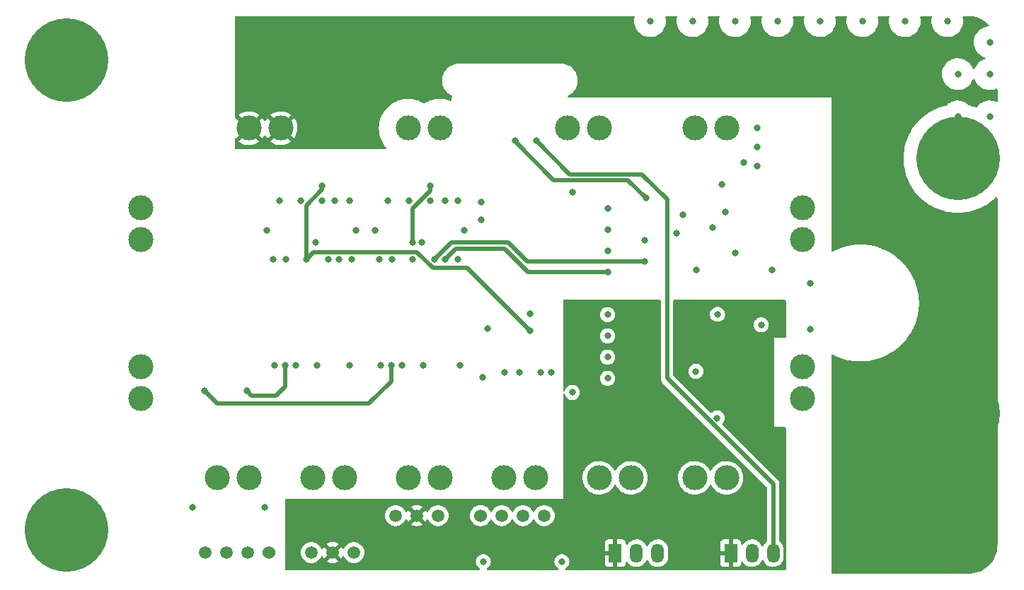
<source format=gbr>
%TF.GenerationSoftware,KiCad,Pcbnew,(6.0.1)*%
%TF.CreationDate,2023-04-21T13:11:10+03:00*%
%TF.ProjectId,Driver_Inductor,44726976-6572-45f4-996e-647563746f72,rev?*%
%TF.SameCoordinates,Original*%
%TF.FileFunction,Copper,L2,Inr*%
%TF.FilePolarity,Positive*%
%FSLAX46Y46*%
G04 Gerber Fmt 4.6, Leading zero omitted, Abs format (unit mm)*
G04 Created by KiCad (PCBNEW (6.0.1)) date 2023-04-21 13:11:10*
%MOMM*%
%LPD*%
G01*
G04 APERTURE LIST*
%TA.AperFunction,ComponentPad*%
%ADD10C,10.000000*%
%TD*%
%TA.AperFunction,ComponentPad*%
%ADD11C,1.524000*%
%TD*%
%TA.AperFunction,ComponentPad*%
%ADD12C,3.000000*%
%TD*%
%TA.AperFunction,ComponentPad*%
%ADD13R,1.500000X2.300000*%
%TD*%
%TA.AperFunction,ComponentPad*%
%ADD14O,1.500000X2.300000*%
%TD*%
%TA.AperFunction,ComponentPad*%
%ADD15C,1.500000*%
%TD*%
%TA.AperFunction,ViaPad*%
%ADD16C,0.800000*%
%TD*%
%TA.AperFunction,Conductor*%
%ADD17C,0.500000*%
%TD*%
G04 APERTURE END LIST*
D10*
%TO.N,OUT2_Sens*%
%TO.C,J5*%
X203200000Y-79970000D03*
D11*
X200152000Y-82510000D03*
X200406000Y-77176000D03*
X205994000Y-77176000D03*
X205994000Y-82510000D03*
X207010000Y-79970000D03*
X199390000Y-79970000D03*
X203200000Y-83780000D03*
X203200000Y-75906000D03*
%TD*%
D10*
%TO.N,OUT1*%
%TO.C,J4*%
X203200000Y-110490000D03*
D11*
X200152000Y-113030000D03*
X200406000Y-107696000D03*
X205994000Y-107696000D03*
X205994000Y-113030000D03*
X207010000Y-110490000D03*
X199390000Y-110490000D03*
X203200000Y-114300000D03*
X203200000Y-106426000D03*
%TD*%
D10*
%TO.N,Net-(D20-Pad27)*%
%TO.C,J3*%
X96520000Y-124460000D03*
D11*
X93472000Y-127000000D03*
X93726000Y-121666000D03*
X99314000Y-121666000D03*
X99314000Y-127000000D03*
X100330000Y-124460000D03*
X92710000Y-124460000D03*
X96520000Y-128270000D03*
X96520000Y-120396000D03*
%TD*%
D10*
%TO.N,DESAT_H*%
%TO.C,J2*%
X96520000Y-68199000D03*
D11*
X93472000Y-70739000D03*
X93726000Y-65405000D03*
X99314000Y-65405000D03*
X99314000Y-70739000D03*
X100330000Y-68199000D03*
X92710000Y-68199000D03*
X96520000Y-72009000D03*
X96520000Y-64135000D03*
%TD*%
D12*
%TO.N,Net-(D20-Pad1)*%
%TO.C,D20*%
X114572000Y-118232000D03*
X118382000Y-118232000D03*
%TO.N,G2*%
X126002000Y-118232000D03*
%TO.N,E2*%
X129812000Y-118232000D03*
%TO.N,G3*%
X137432000Y-118232000D03*
%TO.N,E3*%
X141242000Y-118232000D03*
%TO.N,Net-(D20-Pad7)*%
X148862000Y-118232000D03*
X152672000Y-118232000D03*
%TO.N,Net-(D20-Pad10)*%
X160292000Y-118232000D03*
X164102000Y-118232000D03*
%TO.N,Net-(D20-Pad11)*%
X171722000Y-118232000D03*
X175532000Y-118232000D03*
%TO.N,unconnected-(D20-Pad13)*%
X184652000Y-108712000D03*
%TO.N,unconnected-(D20-Pad14)*%
X184652000Y-104902000D03*
%TO.N,unconnected-(D20-Pad15)*%
X184652000Y-89662000D03*
%TO.N,unconnected-(D20-Pad16)*%
X184652000Y-85852000D03*
%TO.N,NTC1*%
X175532000Y-76332000D03*
%TO.N,NTC2*%
X171722000Y-76332000D03*
%TO.N,unconnected-(D20-Pad19)*%
X160292000Y-76332000D03*
%TO.N,unconnected-(D20-Pad20)*%
X156482000Y-76332000D03*
%TO.N,OUT2*%
X141242000Y-76332000D03*
X137432000Y-76332000D03*
%TO.N,OUT1*%
X122192000Y-76332000D03*
X118382000Y-76332000D03*
%TO.N,DESAT_H*%
X105452000Y-85852000D03*
X105452000Y-89662000D03*
%TO.N,Net-(D20-Pad27)*%
X105452000Y-104902000D03*
X105452000Y-108712000D03*
%TD*%
D13*
%TO.N,+15V*%
%TO.C,U1*%
X162217500Y-127254000D03*
D14*
%TO.N,GND*%
X164757500Y-127254000D03*
%TO.N,+3V3*%
X167297500Y-127254000D03*
%TD*%
D15*
%TO.N,GND*%
%TO.C,D16*%
X135928500Y-122758000D03*
%TO.N,+15V*%
X138468500Y-122758000D03*
%TO.N,unconnected-(D16-Pad3)*%
X141008500Y-122758000D03*
D11*
%TO.N,N/C*%
X146088500Y-122758000D03*
D15*
%TO.N,+15V_H1*%
X148628500Y-122758000D03*
%TO.N,E3*%
X151168500Y-122758000D03*
%TO.N,-15V_H1*%
X153708500Y-122758000D03*
%TD*%
D13*
%TO.N,+15V*%
%TO.C,U2*%
X176026500Y-127258500D03*
D14*
%TO.N,GND*%
X178566500Y-127258500D03*
%TO.N,+5V*%
X181106500Y-127258500D03*
%TD*%
D15*
%TO.N,GND*%
%TO.C,D15*%
X130937000Y-127179000D03*
%TO.N,+15V*%
X128397000Y-127179000D03*
%TO.N,unconnected-(D15-Pad3)*%
X125857000Y-127179000D03*
D11*
%TO.N,N/C*%
X120777000Y-127179000D03*
D15*
%TO.N,+15V_L1*%
X118237000Y-127179000D03*
%TO.N,E2*%
X115697000Y-127179000D03*
%TO.N,-15V_L1*%
X113157000Y-127179000D03*
%TD*%
D16*
%TO.N,OUT2_Sens*%
X203200000Y-69850000D03*
%TO.N,OUT1*%
X191770000Y-73660000D03*
X191770000Y-77470000D03*
X196850000Y-91440000D03*
X191770000Y-88900000D03*
X191770000Y-85090000D03*
X191770000Y-81280000D03*
X186690000Y-71120000D03*
X181610000Y-71120000D03*
X176530000Y-71120000D03*
X171450000Y-71120000D03*
X166370000Y-71120000D03*
X161290000Y-71120000D03*
%TO.N,OUT2_Sens*%
X203200000Y-74930000D03*
X207010000Y-74930000D03*
X207010000Y-69850000D03*
X207010000Y-66040000D03*
X201930000Y-63500000D03*
X196850000Y-63500000D03*
X191770000Y-63500000D03*
X186690000Y-63500000D03*
X181610000Y-63500000D03*
X176530000Y-63500000D03*
X171450000Y-63500000D03*
X166370000Y-63500000D03*
%TO.N,OUT1*%
X191770000Y-111760000D03*
X191770000Y-116840000D03*
X191770000Y-127000000D03*
X191770000Y-121920000D03*
X196850000Y-127000000D03*
X201930000Y-127000000D03*
X207010000Y-127000000D03*
X207010000Y-121920000D03*
X201930000Y-121920000D03*
X128270000Y-76200000D03*
%TO.N,+5V*%
X152781000Y-77851000D03*
%TO.N,Current*%
X150241000Y-77851000D03*
%TO.N,GND*%
X179679600Y-99898200D03*
X133985000Y-92075000D03*
X171907200Y-93303600D03*
X139065000Y-90006300D03*
X126365000Y-90031700D03*
X171856400Y-105470200D03*
X121285000Y-92075000D03*
X143383000Y-92075000D03*
X161290000Y-98679000D03*
X161290000Y-85979000D03*
X128676400Y-85039200D03*
X130683000Y-92075000D03*
X157073600Y-108000800D03*
X161290000Y-103759000D03*
X146304000Y-106172000D03*
X141833600Y-85013800D03*
X161290000Y-106299000D03*
X161290000Y-88519000D03*
X161290000Y-101219000D03*
%TO.N,Net-(C3-Pad2)*%
X120548400Y-88595200D03*
%TO.N,Net-(C4-Pad2)*%
X133451600Y-88569800D03*
%TO.N,Net-(C5-Pad1)*%
X135382000Y-104775000D03*
X113030000Y-107823000D03*
%TO.N,Net-(C6-Pad1)*%
X118110000Y-107823000D03*
X122682000Y-104775000D03*
%TO.N,E2*%
X123952000Y-104775000D03*
%TO.N,FLT_L1*%
X151993600Y-100634800D03*
X127152400Y-83261200D03*
X125222000Y-92075000D03*
%TO.N,RDY_L1*%
X131216400Y-88595200D03*
X146913600Y-100330000D03*
%TO.N,FLT_H1*%
X140055600Y-83235800D03*
X137922000Y-90043000D03*
X152019000Y-98552000D03*
X137922000Y-92075000D03*
%TO.N,RDY_H1*%
X144119600Y-88569800D03*
%TO.N,Net-(C11-Pad1)*%
X154533600Y-105562400D03*
%TO.N,Net-(C12-Pad1)*%
X148932900Y-105575100D03*
%TO.N,Net-(C13-Pad1)*%
X153263600Y-105562400D03*
%TO.N,Net-(C14-Pad1)*%
X150723600Y-105562400D03*
%TO.N,+15V*%
X165735000Y-105029000D03*
X165735000Y-99949000D03*
X165735000Y-97409000D03*
X165735000Y-102489000D03*
%TO.N,+15V_L1*%
X120269000Y-121793000D03*
X126492000Y-104775000D03*
%TO.N,-15V_L1*%
X130429000Y-104775000D03*
X111633000Y-121793000D03*
X121412537Y-104745642D03*
%TO.N,+15V_H1*%
X146431000Y-128270000D03*
X139192000Y-104775000D03*
%TO.N,-15V_H1*%
X134112000Y-104775000D03*
X177546000Y-80416400D03*
X175361600Y-86360000D03*
X143637000Y-104775000D03*
X176530000Y-91313000D03*
X180975000Y-93345000D03*
X179197000Y-76327000D03*
X155829000Y-128270000D03*
%TO.N,Current*%
X165862000Y-84709000D03*
%TO.N,+3.3VA*%
X179197000Y-78613000D03*
X170307000Y-86741000D03*
X185521600Y-94945200D03*
X174955200Y-83108800D03*
%TO.N,Net-(C33-Pad1)*%
X173857500Y-88270500D03*
%TO.N,Net-(C33-Pad2)*%
X169545000Y-88900000D03*
%TO.N,PWM2_P*%
X161290000Y-91059000D03*
X129159000Y-92075000D03*
%TO.N,PWM2_N*%
X127889000Y-92075000D03*
X165775001Y-89789000D03*
%TO.N,PWM1_P*%
X161290000Y-93599000D03*
X141859000Y-92075000D03*
%TO.N,PWM1_N*%
X140589000Y-92075000D03*
X165735000Y-92329000D03*
%TO.N,Net-(D9-Pad2)*%
X124612400Y-85039200D03*
%TO.N,Net-(D10-Pad2)*%
X127152400Y-85039200D03*
%TO.N,Net-(D11-Pad2)*%
X137515600Y-85013800D03*
%TO.N,Net-(D12-Pad2)*%
X140055600Y-85013800D03*
%TO.N,+3V3*%
X146177000Y-85217000D03*
X143357600Y-85013800D03*
X122809000Y-92075000D03*
X174396400Y-111058200D03*
X174447200Y-98637600D03*
X135509000Y-92075000D03*
X185547000Y-100457000D03*
X130454400Y-85039200D03*
%TO.N,RST_H1*%
X146202400Y-87274400D03*
X122072400Y-85039200D03*
X134975600Y-85013800D03*
%TO.N,Net-(C37-Pad1)*%
X157124400Y-83972400D03*
%TO.N,E3*%
X136652000Y-104775000D03*
X179197000Y-80899000D03*
%TO.N,OUT1*%
X120650000Y-66040000D03*
X120650000Y-71120000D03*
X207010000Y-101600000D03*
X196850000Y-106680000D03*
X207010000Y-116840000D03*
X124460000Y-66040000D03*
X124460000Y-71120000D03*
X196850000Y-116840000D03*
X207010000Y-91440000D03*
X128270000Y-71120000D03*
X128270000Y-66040000D03*
X201930000Y-96520000D03*
X196850000Y-121920000D03*
X207010000Y-96520000D03*
X201930000Y-101600000D03*
X201930000Y-91440000D03*
%TD*%
D17*
%TO.N,Current*%
X163703000Y-82550000D02*
X165862000Y-84709000D01*
X154847304Y-82550000D02*
X163703000Y-82550000D01*
X150241000Y-77851000D02*
X150241000Y-77943696D01*
X150241000Y-77943696D02*
X154847304Y-82550000D01*
%TO.N,+5V*%
X181106500Y-119003500D02*
X181106500Y-127258500D01*
X165416480Y-81850480D02*
X168402000Y-84836000D01*
X156780480Y-81850480D02*
X165416480Y-81850480D01*
X168402000Y-106299000D02*
X181106500Y-119003500D01*
X152781000Y-77851000D02*
X156780480Y-81850480D01*
X168402000Y-84836000D02*
X168402000Y-106299000D01*
%TO.N,Net-(C5-Pad1)*%
X132715000Y-109347000D02*
X114554000Y-109347000D01*
X135382000Y-104775000D02*
X135382000Y-106680000D01*
X114554000Y-109347000D02*
X113030000Y-107823000D01*
X135382000Y-106680000D02*
X132715000Y-109347000D01*
%TO.N,Net-(C6-Pad1)*%
X122682000Y-104775000D02*
X122682000Y-107315000D01*
X122682000Y-107315000D02*
X121603520Y-108393480D01*
X121603520Y-108393480D02*
X118680480Y-108393480D01*
X118680480Y-108393480D02*
X118110000Y-107823000D01*
%TO.N,FLT_L1*%
X140403609Y-93091000D02*
X144449800Y-93091000D01*
X126111000Y-91186000D02*
X138498609Y-91186000D01*
X138498609Y-91186000D02*
X140403609Y-93091000D01*
X144449800Y-93091000D02*
X151993600Y-100634800D01*
X125222000Y-92075000D02*
X125222000Y-85630991D01*
X127152400Y-83700591D02*
X127152400Y-83261200D01*
X125222000Y-85630991D02*
X127152400Y-83700591D01*
X125222000Y-92075000D02*
X126111000Y-91186000D01*
%TO.N,FLT_H1*%
X137922000Y-85946009D02*
X137922000Y-90043000D01*
X140055600Y-83235800D02*
X140055600Y-83812409D01*
X140055600Y-83812409D02*
X137922000Y-85946009D01*
%TO.N,PWM1_P*%
X141859000Y-92075000D02*
X143129000Y-90805000D01*
X143129000Y-90805000D02*
X148971000Y-90805000D01*
X151765000Y-93599000D02*
X161290000Y-93599000D01*
X148971000Y-90805000D02*
X151765000Y-93599000D01*
%TO.N,PWM1_N*%
X151638000Y-92329000D02*
X149352000Y-90043000D01*
X149352000Y-90043000D02*
X142621000Y-90043000D01*
X142621000Y-90043000D02*
X140589000Y-92075000D01*
X165735000Y-92329000D02*
X151638000Y-92329000D01*
%TD*%
%TA.AperFunction,Conductor*%
%TO.N,OUT1*%
G36*
X125095000Y-78867000D02*
G01*
X116839000Y-78867000D01*
X116770879Y-78846998D01*
X116724386Y-78793342D01*
X116713000Y-78741000D01*
X116713000Y-77921654D01*
X117157618Y-77921654D01*
X117164673Y-77931627D01*
X117195679Y-77957551D01*
X117202598Y-77962579D01*
X117427272Y-78103515D01*
X117434807Y-78107556D01*
X117676520Y-78216694D01*
X117684551Y-78219680D01*
X117938832Y-78295002D01*
X117947184Y-78296869D01*
X118209340Y-78336984D01*
X118217874Y-78337700D01*
X118483045Y-78341867D01*
X118491596Y-78341418D01*
X118754883Y-78309557D01*
X118763284Y-78307955D01*
X119019824Y-78240653D01*
X119027926Y-78237926D01*
X119272949Y-78136434D01*
X119280617Y-78132628D01*
X119509598Y-77998822D01*
X119516679Y-77994009D01*
X119596655Y-77931301D01*
X119603545Y-77921654D01*
X120967618Y-77921654D01*
X120974673Y-77931627D01*
X121005679Y-77957551D01*
X121012598Y-77962579D01*
X121237272Y-78103515D01*
X121244807Y-78107556D01*
X121486520Y-78216694D01*
X121494551Y-78219680D01*
X121748832Y-78295002D01*
X121757184Y-78296869D01*
X122019340Y-78336984D01*
X122027874Y-78337700D01*
X122293045Y-78341867D01*
X122301596Y-78341418D01*
X122564883Y-78309557D01*
X122573284Y-78307955D01*
X122829824Y-78240653D01*
X122837926Y-78237926D01*
X123082949Y-78136434D01*
X123090617Y-78132628D01*
X123319598Y-77998822D01*
X123326679Y-77994009D01*
X123406655Y-77931301D01*
X123415125Y-77919442D01*
X123408608Y-77907818D01*
X122204812Y-76704022D01*
X122190868Y-76696408D01*
X122189035Y-76696539D01*
X122182420Y-76700790D01*
X120974910Y-77908300D01*
X120967618Y-77921654D01*
X119603545Y-77921654D01*
X119605125Y-77919442D01*
X119598608Y-77907818D01*
X118394812Y-76704022D01*
X118380868Y-76696408D01*
X118379035Y-76696539D01*
X118372420Y-76700790D01*
X117164910Y-77908300D01*
X117157618Y-77921654D01*
X116713000Y-77921654D01*
X116713000Y-77673965D01*
X116733002Y-77605844D01*
X116780863Y-77562179D01*
X116805342Y-77549448D01*
X118009978Y-76344812D01*
X118016356Y-76333132D01*
X118746408Y-76333132D01*
X118746539Y-76334965D01*
X118750790Y-76341580D01*
X119957730Y-77548520D01*
X119969939Y-77555187D01*
X119981439Y-77546497D01*
X120078831Y-77413913D01*
X120083418Y-77406685D01*
X120176788Y-77234720D01*
X120226871Y-77184398D01*
X120296209Y-77169142D01*
X120362788Y-77193794D01*
X120400084Y-77238228D01*
X120457664Y-77352713D01*
X120462020Y-77360079D01*
X120591347Y-77548250D01*
X120601601Y-77556594D01*
X120615342Y-77549448D01*
X121819978Y-76344812D01*
X121826356Y-76333132D01*
X122556408Y-76333132D01*
X122556539Y-76334965D01*
X122560790Y-76341580D01*
X123767730Y-77548520D01*
X123779939Y-77555187D01*
X123791439Y-77546497D01*
X123888831Y-77413913D01*
X123893418Y-77406685D01*
X124019962Y-77173621D01*
X124023530Y-77165827D01*
X124117271Y-76917750D01*
X124119748Y-76909544D01*
X124178954Y-76651038D01*
X124180294Y-76642577D01*
X124204031Y-76376616D01*
X124204277Y-76371677D01*
X124204666Y-76334485D01*
X124204523Y-76329519D01*
X124186362Y-76063123D01*
X124185201Y-76054649D01*
X124131419Y-75794944D01*
X124129120Y-75786709D01*
X124040588Y-75536705D01*
X124037191Y-75528854D01*
X123915550Y-75293178D01*
X123911122Y-75285866D01*
X123792031Y-75116417D01*
X123781509Y-75108037D01*
X123768121Y-75115089D01*
X122564022Y-76319188D01*
X122556408Y-76333132D01*
X121826356Y-76333132D01*
X121827592Y-76330868D01*
X121827461Y-76329035D01*
X121823210Y-76322420D01*
X120615814Y-75115024D01*
X120603804Y-75108466D01*
X120592064Y-75117434D01*
X120483935Y-75267911D01*
X120479421Y-75275191D01*
X120398178Y-75428631D01*
X120348625Y-75479474D01*
X120279451Y-75495455D01*
X120212617Y-75471501D01*
X120174858Y-75427460D01*
X120105553Y-75293183D01*
X120101122Y-75285866D01*
X119982031Y-75116417D01*
X119971509Y-75108037D01*
X119958121Y-75115089D01*
X118754022Y-76319188D01*
X118746408Y-76333132D01*
X118016356Y-76333132D01*
X118017592Y-76330868D01*
X118017461Y-76329035D01*
X118013210Y-76322420D01*
X116805813Y-75115023D01*
X116778614Y-75100171D01*
X116728412Y-75049969D01*
X116713000Y-74989584D01*
X116713000Y-74744500D01*
X117158584Y-74744500D01*
X117164980Y-74755770D01*
X118369188Y-75959978D01*
X118383132Y-75967592D01*
X118384965Y-75967461D01*
X118391580Y-75963210D01*
X119598604Y-74756186D01*
X119604985Y-74744500D01*
X120968584Y-74744500D01*
X120974980Y-74755770D01*
X122179188Y-75959978D01*
X122193132Y-75967592D01*
X122194965Y-75967461D01*
X122201580Y-75963210D01*
X123408604Y-74756186D01*
X123415795Y-74743017D01*
X123408473Y-74732780D01*
X123361233Y-74694115D01*
X123354261Y-74689160D01*
X123128122Y-74550582D01*
X123120552Y-74546624D01*
X122877704Y-74440022D01*
X122869644Y-74437120D01*
X122614592Y-74364467D01*
X122606214Y-74362685D01*
X122343656Y-74325318D01*
X122335111Y-74324691D01*
X122069908Y-74323302D01*
X122061374Y-74323839D01*
X121798433Y-74358456D01*
X121790035Y-74360149D01*
X121534238Y-74430127D01*
X121526143Y-74432946D01*
X121282199Y-74536997D01*
X121274577Y-74540881D01*
X121047013Y-74677075D01*
X121039981Y-74681962D01*
X120977053Y-74732377D01*
X120968584Y-74744500D01*
X119604985Y-74744500D01*
X119605795Y-74743017D01*
X119598473Y-74732780D01*
X119551233Y-74694115D01*
X119544261Y-74689160D01*
X119318122Y-74550582D01*
X119310552Y-74546624D01*
X119067704Y-74440022D01*
X119059644Y-74437120D01*
X118804592Y-74364467D01*
X118796214Y-74362685D01*
X118533656Y-74325318D01*
X118525111Y-74324691D01*
X118259908Y-74323302D01*
X118251374Y-74323839D01*
X117988433Y-74358456D01*
X117980035Y-74360149D01*
X117724238Y-74430127D01*
X117716143Y-74432946D01*
X117472199Y-74536997D01*
X117464577Y-74540881D01*
X117237013Y-74677075D01*
X117229981Y-74681962D01*
X117167053Y-74732377D01*
X117158584Y-74744500D01*
X116713000Y-74744500D01*
X116713000Y-72771000D01*
X125095000Y-72771000D01*
X125095000Y-78867000D01*
G37*
%TD.AperFunction*%
%TD*%
%TA.AperFunction,Conductor*%
%TO.N,OUT1*%
G36*
X164064955Y-62890001D02*
G01*
X164402041Y-62890001D01*
X164470162Y-62910003D01*
X164516655Y-62963659D01*
X164526759Y-63033933D01*
X164524325Y-63046375D01*
X164493017Y-63172414D01*
X164465585Y-63440151D01*
X164465760Y-63444602D01*
X164472763Y-63622820D01*
X164476152Y-63709083D01*
X164524505Y-63973843D01*
X164609682Y-64229148D01*
X164729981Y-64469905D01*
X164883003Y-64691309D01*
X164886025Y-64694578D01*
X165062679Y-64885682D01*
X165062684Y-64885687D01*
X165065695Y-64888944D01*
X165274411Y-65058866D01*
X165278229Y-65061165D01*
X165278231Y-65061166D01*
X165501170Y-65195386D01*
X165504987Y-65197684D01*
X165509082Y-65199418D01*
X165509084Y-65199419D01*
X165748721Y-65300892D01*
X165748728Y-65300894D01*
X165752822Y-65302628D01*
X165848710Y-65328052D01*
X166008675Y-65370467D01*
X166008680Y-65370468D01*
X166012972Y-65371606D01*
X166017381Y-65372128D01*
X166017387Y-65372129D01*
X166166289Y-65389752D01*
X166280245Y-65403240D01*
X166549310Y-65396899D01*
X166553708Y-65396167D01*
X166810406Y-65353441D01*
X166810410Y-65353440D01*
X166814796Y-65352710D01*
X166819037Y-65351369D01*
X166819040Y-65351368D01*
X167067162Y-65272897D01*
X167067164Y-65272896D01*
X167071408Y-65271554D01*
X167075419Y-65269628D01*
X167075424Y-65269626D01*
X167310006Y-65156981D01*
X167310007Y-65156980D01*
X167314025Y-65155051D01*
X167317731Y-65152575D01*
X167534098Y-65008004D01*
X167534102Y-65008001D01*
X167537806Y-65005526D01*
X167541123Y-65002555D01*
X167541127Y-65002552D01*
X167734970Y-64828931D01*
X167738286Y-64825961D01*
X167798274Y-64754597D01*
X167908601Y-64623348D01*
X167908606Y-64623342D01*
X167911465Y-64619940D01*
X168053887Y-64391572D01*
X168162712Y-64145416D01*
X168235767Y-63886382D01*
X168271595Y-63619638D01*
X168275355Y-63500000D01*
X168256347Y-63231533D01*
X168255411Y-63227184D01*
X168255408Y-63227165D01*
X168215654Y-63042521D01*
X168220870Y-62971716D01*
X168263538Y-62914972D01*
X168330111Y-62890303D01*
X168338831Y-62890001D01*
X169482041Y-62890001D01*
X169550162Y-62910003D01*
X169596655Y-62963659D01*
X169606759Y-63033933D01*
X169604325Y-63046375D01*
X169573017Y-63172414D01*
X169545585Y-63440151D01*
X169545760Y-63444602D01*
X169552763Y-63622820D01*
X169556152Y-63709083D01*
X169604505Y-63973843D01*
X169689682Y-64229148D01*
X169809981Y-64469905D01*
X169963003Y-64691309D01*
X169966025Y-64694578D01*
X170142679Y-64885682D01*
X170142684Y-64885687D01*
X170145695Y-64888944D01*
X170354411Y-65058866D01*
X170358229Y-65061165D01*
X170358231Y-65061166D01*
X170581170Y-65195386D01*
X170584987Y-65197684D01*
X170589082Y-65199418D01*
X170589084Y-65199419D01*
X170828721Y-65300892D01*
X170828728Y-65300894D01*
X170832822Y-65302628D01*
X170928710Y-65328052D01*
X171088675Y-65370467D01*
X171088680Y-65370468D01*
X171092972Y-65371606D01*
X171097381Y-65372128D01*
X171097387Y-65372129D01*
X171246289Y-65389752D01*
X171360245Y-65403240D01*
X171629310Y-65396899D01*
X171633708Y-65396167D01*
X171890406Y-65353441D01*
X171890410Y-65353440D01*
X171894796Y-65352710D01*
X171899037Y-65351369D01*
X171899040Y-65351368D01*
X172147162Y-65272897D01*
X172147164Y-65272896D01*
X172151408Y-65271554D01*
X172155419Y-65269628D01*
X172155424Y-65269626D01*
X172390006Y-65156981D01*
X172390007Y-65156980D01*
X172394025Y-65155051D01*
X172397731Y-65152575D01*
X172614098Y-65008004D01*
X172614102Y-65008001D01*
X172617806Y-65005526D01*
X172621123Y-65002555D01*
X172621127Y-65002552D01*
X172814970Y-64828931D01*
X172818286Y-64825961D01*
X172878274Y-64754597D01*
X172988601Y-64623348D01*
X172988606Y-64623342D01*
X172991465Y-64619940D01*
X173133887Y-64391572D01*
X173242712Y-64145416D01*
X173315767Y-63886382D01*
X173351595Y-63619638D01*
X173355355Y-63500000D01*
X173336347Y-63231533D01*
X173335411Y-63227184D01*
X173335408Y-63227165D01*
X173295654Y-63042521D01*
X173300870Y-62971716D01*
X173343538Y-62914972D01*
X173410111Y-62890303D01*
X173418831Y-62890001D01*
X174562041Y-62890001D01*
X174630162Y-62910003D01*
X174676655Y-62963659D01*
X174686759Y-63033933D01*
X174684325Y-63046375D01*
X174653017Y-63172414D01*
X174625585Y-63440151D01*
X174625760Y-63444602D01*
X174632763Y-63622820D01*
X174636152Y-63709083D01*
X174684505Y-63973843D01*
X174769682Y-64229148D01*
X174889981Y-64469905D01*
X175043003Y-64691309D01*
X175046025Y-64694578D01*
X175222679Y-64885682D01*
X175222684Y-64885687D01*
X175225695Y-64888944D01*
X175434411Y-65058866D01*
X175438229Y-65061165D01*
X175438231Y-65061166D01*
X175661170Y-65195386D01*
X175664987Y-65197684D01*
X175669082Y-65199418D01*
X175669084Y-65199419D01*
X175908721Y-65300892D01*
X175908728Y-65300894D01*
X175912822Y-65302628D01*
X176008710Y-65328052D01*
X176168675Y-65370467D01*
X176168680Y-65370468D01*
X176172972Y-65371606D01*
X176177381Y-65372128D01*
X176177387Y-65372129D01*
X176326289Y-65389752D01*
X176440245Y-65403240D01*
X176709310Y-65396899D01*
X176713708Y-65396167D01*
X176970406Y-65353441D01*
X176970410Y-65353440D01*
X176974796Y-65352710D01*
X176979037Y-65351369D01*
X176979040Y-65351368D01*
X177227162Y-65272897D01*
X177227164Y-65272896D01*
X177231408Y-65271554D01*
X177235419Y-65269628D01*
X177235424Y-65269626D01*
X177470006Y-65156981D01*
X177470007Y-65156980D01*
X177474025Y-65155051D01*
X177477731Y-65152575D01*
X177694098Y-65008004D01*
X177694102Y-65008001D01*
X177697806Y-65005526D01*
X177701123Y-65002555D01*
X177701127Y-65002552D01*
X177894970Y-64828931D01*
X177898286Y-64825961D01*
X177958274Y-64754597D01*
X178068601Y-64623348D01*
X178068606Y-64623342D01*
X178071465Y-64619940D01*
X178213887Y-64391572D01*
X178322712Y-64145416D01*
X178395767Y-63886382D01*
X178431595Y-63619638D01*
X178435355Y-63500000D01*
X178416347Y-63231533D01*
X178415411Y-63227184D01*
X178415408Y-63227165D01*
X178375654Y-63042521D01*
X178380870Y-62971716D01*
X178423538Y-62914972D01*
X178490111Y-62890303D01*
X178498831Y-62890001D01*
X179642041Y-62890001D01*
X179710162Y-62910003D01*
X179756655Y-62963659D01*
X179766759Y-63033933D01*
X179764325Y-63046375D01*
X179733017Y-63172414D01*
X179705585Y-63440151D01*
X179705760Y-63444602D01*
X179712763Y-63622820D01*
X179716152Y-63709083D01*
X179764505Y-63973843D01*
X179849682Y-64229148D01*
X179969981Y-64469905D01*
X180123003Y-64691309D01*
X180126025Y-64694578D01*
X180302679Y-64885682D01*
X180302684Y-64885687D01*
X180305695Y-64888944D01*
X180514411Y-65058866D01*
X180518229Y-65061165D01*
X180518231Y-65061166D01*
X180741170Y-65195386D01*
X180744987Y-65197684D01*
X180749082Y-65199418D01*
X180749084Y-65199419D01*
X180988721Y-65300892D01*
X180988728Y-65300894D01*
X180992822Y-65302628D01*
X181088710Y-65328052D01*
X181248675Y-65370467D01*
X181248680Y-65370468D01*
X181252972Y-65371606D01*
X181257381Y-65372128D01*
X181257387Y-65372129D01*
X181406289Y-65389752D01*
X181520245Y-65403240D01*
X181789310Y-65396899D01*
X181793708Y-65396167D01*
X182050406Y-65353441D01*
X182050410Y-65353440D01*
X182054796Y-65352710D01*
X182059037Y-65351369D01*
X182059040Y-65351368D01*
X182307162Y-65272897D01*
X182307164Y-65272896D01*
X182311408Y-65271554D01*
X182315419Y-65269628D01*
X182315424Y-65269626D01*
X182550006Y-65156981D01*
X182550007Y-65156980D01*
X182554025Y-65155051D01*
X182557731Y-65152575D01*
X182774098Y-65008004D01*
X182774102Y-65008001D01*
X182777806Y-65005526D01*
X182781123Y-65002555D01*
X182781127Y-65002552D01*
X182974970Y-64828931D01*
X182978286Y-64825961D01*
X183038274Y-64754597D01*
X183148601Y-64623348D01*
X183148606Y-64623342D01*
X183151465Y-64619940D01*
X183293887Y-64391572D01*
X183402712Y-64145416D01*
X183475767Y-63886382D01*
X183511595Y-63619638D01*
X183515355Y-63500000D01*
X183496347Y-63231533D01*
X183495411Y-63227184D01*
X183495408Y-63227165D01*
X183455654Y-63042521D01*
X183460870Y-62971716D01*
X183503538Y-62914972D01*
X183570111Y-62890303D01*
X183578831Y-62890001D01*
X184722041Y-62890001D01*
X184790162Y-62910003D01*
X184836655Y-62963659D01*
X184846759Y-63033933D01*
X184844325Y-63046375D01*
X184813017Y-63172414D01*
X184785585Y-63440151D01*
X184785760Y-63444602D01*
X184792763Y-63622820D01*
X184796152Y-63709083D01*
X184844505Y-63973843D01*
X184929682Y-64229148D01*
X185049981Y-64469905D01*
X185203003Y-64691309D01*
X185206025Y-64694578D01*
X185382679Y-64885682D01*
X185382684Y-64885687D01*
X185385695Y-64888944D01*
X185594411Y-65058866D01*
X185598229Y-65061165D01*
X185598231Y-65061166D01*
X185821170Y-65195386D01*
X185824987Y-65197684D01*
X185829082Y-65199418D01*
X185829084Y-65199419D01*
X186068721Y-65300892D01*
X186068728Y-65300894D01*
X186072822Y-65302628D01*
X186168710Y-65328052D01*
X186328675Y-65370467D01*
X186328680Y-65370468D01*
X186332972Y-65371606D01*
X186337381Y-65372128D01*
X186337387Y-65372129D01*
X186486289Y-65389752D01*
X186600245Y-65403240D01*
X186869310Y-65396899D01*
X186873708Y-65396167D01*
X187130406Y-65353441D01*
X187130410Y-65353440D01*
X187134796Y-65352710D01*
X187139037Y-65351369D01*
X187139040Y-65351368D01*
X187387162Y-65272897D01*
X187387164Y-65272896D01*
X187391408Y-65271554D01*
X187395419Y-65269628D01*
X187395424Y-65269626D01*
X187630006Y-65156981D01*
X187630007Y-65156980D01*
X187634025Y-65155051D01*
X187637731Y-65152575D01*
X187854098Y-65008004D01*
X187854102Y-65008001D01*
X187857806Y-65005526D01*
X187861123Y-65002555D01*
X187861127Y-65002552D01*
X188054970Y-64828931D01*
X188058286Y-64825961D01*
X188118274Y-64754597D01*
X188228601Y-64623348D01*
X188228606Y-64623342D01*
X188231465Y-64619940D01*
X188373887Y-64391572D01*
X188482712Y-64145416D01*
X188555767Y-63886382D01*
X188591595Y-63619638D01*
X188595355Y-63500000D01*
X188576347Y-63231533D01*
X188575411Y-63227184D01*
X188575408Y-63227165D01*
X188535654Y-63042521D01*
X188540870Y-62971716D01*
X188583538Y-62914972D01*
X188650111Y-62890303D01*
X188658831Y-62890001D01*
X189802041Y-62890001D01*
X189870162Y-62910003D01*
X189916655Y-62963659D01*
X189926759Y-63033933D01*
X189924325Y-63046375D01*
X189893017Y-63172414D01*
X189865585Y-63440151D01*
X189865760Y-63444602D01*
X189872763Y-63622820D01*
X189876152Y-63709083D01*
X189924505Y-63973843D01*
X190009682Y-64229148D01*
X190129981Y-64469905D01*
X190283003Y-64691309D01*
X190286025Y-64694578D01*
X190462679Y-64885682D01*
X190462684Y-64885687D01*
X190465695Y-64888944D01*
X190674411Y-65058866D01*
X190678229Y-65061165D01*
X190678231Y-65061166D01*
X190901170Y-65195386D01*
X190904987Y-65197684D01*
X190909082Y-65199418D01*
X190909084Y-65199419D01*
X191148721Y-65300892D01*
X191148728Y-65300894D01*
X191152822Y-65302628D01*
X191248710Y-65328052D01*
X191408675Y-65370467D01*
X191408680Y-65370468D01*
X191412972Y-65371606D01*
X191417381Y-65372128D01*
X191417387Y-65372129D01*
X191566289Y-65389752D01*
X191680245Y-65403240D01*
X191949310Y-65396899D01*
X191953708Y-65396167D01*
X192210406Y-65353441D01*
X192210410Y-65353440D01*
X192214796Y-65352710D01*
X192219037Y-65351369D01*
X192219040Y-65351368D01*
X192467162Y-65272897D01*
X192467164Y-65272896D01*
X192471408Y-65271554D01*
X192475419Y-65269628D01*
X192475424Y-65269626D01*
X192710006Y-65156981D01*
X192710007Y-65156980D01*
X192714025Y-65155051D01*
X192717731Y-65152575D01*
X192934098Y-65008004D01*
X192934102Y-65008001D01*
X192937806Y-65005526D01*
X192941123Y-65002555D01*
X192941127Y-65002552D01*
X193134970Y-64828931D01*
X193138286Y-64825961D01*
X193198274Y-64754597D01*
X193308601Y-64623348D01*
X193308606Y-64623342D01*
X193311465Y-64619940D01*
X193453887Y-64391572D01*
X193562712Y-64145416D01*
X193635767Y-63886382D01*
X193671595Y-63619638D01*
X193675355Y-63500000D01*
X193656347Y-63231533D01*
X193655411Y-63227184D01*
X193655408Y-63227165D01*
X193615654Y-63042521D01*
X193620870Y-62971716D01*
X193663538Y-62914972D01*
X193730111Y-62890303D01*
X193738831Y-62890001D01*
X194882041Y-62890001D01*
X194950162Y-62910003D01*
X194996655Y-62963659D01*
X195006759Y-63033933D01*
X195004325Y-63046375D01*
X194973017Y-63172414D01*
X194945585Y-63440151D01*
X194945760Y-63444602D01*
X194952763Y-63622820D01*
X194956152Y-63709083D01*
X195004505Y-63973843D01*
X195089682Y-64229148D01*
X195209981Y-64469905D01*
X195363003Y-64691309D01*
X195366025Y-64694578D01*
X195542679Y-64885682D01*
X195542684Y-64885687D01*
X195545695Y-64888944D01*
X195754411Y-65058866D01*
X195758229Y-65061165D01*
X195758231Y-65061166D01*
X195981170Y-65195386D01*
X195984987Y-65197684D01*
X195989082Y-65199418D01*
X195989084Y-65199419D01*
X196228721Y-65300892D01*
X196228728Y-65300894D01*
X196232822Y-65302628D01*
X196328710Y-65328052D01*
X196488675Y-65370467D01*
X196488680Y-65370468D01*
X196492972Y-65371606D01*
X196497381Y-65372128D01*
X196497387Y-65372129D01*
X196646289Y-65389752D01*
X196760245Y-65403240D01*
X197029310Y-65396899D01*
X197033708Y-65396167D01*
X197290406Y-65353441D01*
X197290410Y-65353440D01*
X197294796Y-65352710D01*
X197299037Y-65351369D01*
X197299040Y-65351368D01*
X197547162Y-65272897D01*
X197547164Y-65272896D01*
X197551408Y-65271554D01*
X197555419Y-65269628D01*
X197555424Y-65269626D01*
X197790006Y-65156981D01*
X197790007Y-65156980D01*
X197794025Y-65155051D01*
X197797731Y-65152575D01*
X198014098Y-65008004D01*
X198014102Y-65008001D01*
X198017806Y-65005526D01*
X198021123Y-65002555D01*
X198021127Y-65002552D01*
X198214970Y-64828931D01*
X198218286Y-64825961D01*
X198278274Y-64754597D01*
X198388601Y-64623348D01*
X198388606Y-64623342D01*
X198391465Y-64619940D01*
X198533887Y-64391572D01*
X198642712Y-64145416D01*
X198715767Y-63886382D01*
X198751595Y-63619638D01*
X198755355Y-63500000D01*
X198736347Y-63231533D01*
X198735411Y-63227184D01*
X198735408Y-63227165D01*
X198695654Y-63042521D01*
X198700870Y-62971716D01*
X198743538Y-62914972D01*
X198810111Y-62890303D01*
X198818831Y-62890001D01*
X199962041Y-62890001D01*
X200030162Y-62910003D01*
X200076655Y-62963659D01*
X200086759Y-63033933D01*
X200084325Y-63046375D01*
X200053017Y-63172414D01*
X200025585Y-63440151D01*
X200025760Y-63444602D01*
X200032763Y-63622820D01*
X200036152Y-63709083D01*
X200084505Y-63973843D01*
X200169682Y-64229148D01*
X200289981Y-64469905D01*
X200443003Y-64691309D01*
X200446025Y-64694578D01*
X200622679Y-64885682D01*
X200622684Y-64885687D01*
X200625695Y-64888944D01*
X200834411Y-65058866D01*
X200838229Y-65061165D01*
X200838231Y-65061166D01*
X201061170Y-65195386D01*
X201064987Y-65197684D01*
X201069082Y-65199418D01*
X201069084Y-65199419D01*
X201308721Y-65300892D01*
X201308728Y-65300894D01*
X201312822Y-65302628D01*
X201408710Y-65328052D01*
X201568675Y-65370467D01*
X201568680Y-65370468D01*
X201572972Y-65371606D01*
X201577381Y-65372128D01*
X201577387Y-65372129D01*
X201726289Y-65389752D01*
X201840245Y-65403240D01*
X202109310Y-65396899D01*
X202113708Y-65396167D01*
X202370406Y-65353441D01*
X202370410Y-65353440D01*
X202374796Y-65352710D01*
X202379037Y-65351369D01*
X202379040Y-65351368D01*
X202627162Y-65272897D01*
X202627164Y-65272896D01*
X202631408Y-65271554D01*
X202635419Y-65269628D01*
X202635424Y-65269626D01*
X202870006Y-65156981D01*
X202870007Y-65156980D01*
X202874025Y-65155051D01*
X202877731Y-65152575D01*
X203094098Y-65008004D01*
X203094102Y-65008001D01*
X203097806Y-65005526D01*
X203101123Y-65002555D01*
X203101127Y-65002552D01*
X203294970Y-64828931D01*
X203298286Y-64825961D01*
X203358274Y-64754597D01*
X203468601Y-64623348D01*
X203468606Y-64623342D01*
X203471465Y-64619940D01*
X203613887Y-64391572D01*
X203722712Y-64145416D01*
X203795767Y-63886382D01*
X203831595Y-63619638D01*
X203835355Y-63500000D01*
X203816347Y-63231533D01*
X203815411Y-63227184D01*
X203815408Y-63227165D01*
X203775654Y-63042521D01*
X203780870Y-62971716D01*
X203823538Y-62914972D01*
X203890111Y-62890303D01*
X203898831Y-62890001D01*
X204334605Y-62890001D01*
X204347994Y-62890714D01*
X204380094Y-62894145D01*
X204380100Y-62894145D01*
X204385226Y-62894693D01*
X204390378Y-62894396D01*
X204390382Y-62894396D01*
X204439400Y-62891569D01*
X204452821Y-62891511D01*
X204759985Y-62906563D01*
X204772259Y-62907769D01*
X204936577Y-62932081D01*
X205100901Y-62956393D01*
X205112984Y-62958790D01*
X205338883Y-63015225D01*
X205435295Y-63039311D01*
X205447100Y-63042882D01*
X205760005Y-63154533D01*
X205771402Y-63159241D01*
X205924696Y-63231533D01*
X206071876Y-63300942D01*
X206082748Y-63306735D01*
X206298618Y-63435720D01*
X206367944Y-63477143D01*
X206378209Y-63483980D01*
X206645369Y-63681448D01*
X206654916Y-63689256D01*
X206901492Y-63911900D01*
X206910228Y-63920601D01*
X206923698Y-63935399D01*
X206954760Y-63999238D01*
X206946377Y-64069738D01*
X206901209Y-64124514D01*
X206837442Y-64146023D01*
X206810169Y-64147524D01*
X206771196Y-64149669D01*
X206766833Y-64150537D01*
X206766832Y-64150537D01*
X206511596Y-64201307D01*
X206511594Y-64201308D01*
X206507228Y-64202176D01*
X206253292Y-64291352D01*
X206014455Y-64415418D01*
X206010840Y-64418001D01*
X206010834Y-64418005D01*
X205905170Y-64493514D01*
X205795481Y-64571899D01*
X205792254Y-64574977D01*
X205792252Y-64574979D01*
X205666880Y-64694578D01*
X205600740Y-64757672D01*
X205434118Y-64969032D01*
X205383573Y-65056052D01*
X205301173Y-65197913D01*
X205301170Y-65197919D01*
X205298939Y-65201760D01*
X205297269Y-65205883D01*
X205217374Y-65403135D01*
X205197900Y-65451213D01*
X205133017Y-65712414D01*
X205105585Y-65980151D01*
X205116152Y-66249083D01*
X205164505Y-66513843D01*
X205249682Y-66769148D01*
X205369981Y-67009905D01*
X205523003Y-67231309D01*
X205526025Y-67234578D01*
X205702679Y-67425682D01*
X205702684Y-67425687D01*
X205705695Y-67428944D01*
X205914411Y-67598866D01*
X206144987Y-67737684D01*
X206149082Y-67739418D01*
X206149084Y-67739419D01*
X206363655Y-67830278D01*
X206418584Y-67875259D01*
X206440475Y-67942797D01*
X206422377Y-68011448D01*
X206370037Y-68059417D01*
X206356272Y-68065188D01*
X206253292Y-68101352D01*
X206014455Y-68225418D01*
X206010840Y-68228001D01*
X206010834Y-68228005D01*
X205965793Y-68260192D01*
X205795481Y-68381899D01*
X205600740Y-68567672D01*
X205434118Y-68779032D01*
X205402785Y-68832976D01*
X205301173Y-69007913D01*
X205301170Y-69007919D01*
X205298939Y-69011760D01*
X205297269Y-69015883D01*
X205221099Y-69203938D01*
X205176986Y-69259567D01*
X205109801Y-69282517D01*
X205040874Y-69265499D01*
X204992089Y-69213919D01*
X204986103Y-69200247D01*
X204938088Y-69070097D01*
X204936547Y-69065919D01*
X204928353Y-69050732D01*
X204810857Y-68832976D01*
X204808744Y-68829060D01*
X204694174Y-68673944D01*
X204651492Y-68616157D01*
X204651489Y-68616154D01*
X204648843Y-68612571D01*
X204460034Y-68420772D01*
X204246083Y-68257490D01*
X204193434Y-68228005D01*
X204015147Y-68128159D01*
X204015144Y-68128158D01*
X204011261Y-68125983D01*
X204007122Y-68124382D01*
X204007114Y-68124378D01*
X203821566Y-68052596D01*
X203760251Y-68028875D01*
X203755926Y-68027872D01*
X203755921Y-68027871D01*
X203611864Y-67994481D01*
X203498063Y-67968103D01*
X203229928Y-67944880D01*
X203225493Y-67945124D01*
X203225489Y-67945124D01*
X203116324Y-67951132D01*
X202961196Y-67959669D01*
X202956833Y-67960537D01*
X202956832Y-67960537D01*
X202701596Y-68011307D01*
X202701594Y-68011308D01*
X202697228Y-68012176D01*
X202443292Y-68101352D01*
X202204455Y-68225418D01*
X202200840Y-68228001D01*
X202200834Y-68228005D01*
X202155793Y-68260192D01*
X201985481Y-68381899D01*
X201790740Y-68567672D01*
X201624118Y-68779032D01*
X201592785Y-68832976D01*
X201491173Y-69007913D01*
X201491170Y-69007919D01*
X201488939Y-69011760D01*
X201487269Y-69015883D01*
X201397209Y-69238231D01*
X201387900Y-69261213D01*
X201323017Y-69522414D01*
X201295585Y-69790151D01*
X201306152Y-70059083D01*
X201354505Y-70323843D01*
X201439682Y-70579148D01*
X201559981Y-70819905D01*
X201713003Y-71041309D01*
X201716025Y-71044578D01*
X201892679Y-71235682D01*
X201892684Y-71235687D01*
X201895695Y-71238944D01*
X202104411Y-71408866D01*
X202108229Y-71411165D01*
X202108231Y-71411166D01*
X202318850Y-71537969D01*
X202334987Y-71547684D01*
X202339082Y-71549418D01*
X202339084Y-71549419D01*
X202578721Y-71650892D01*
X202578728Y-71650894D01*
X202582822Y-71652628D01*
X202660711Y-71673280D01*
X202838675Y-71720467D01*
X202838680Y-71720468D01*
X202842972Y-71721606D01*
X202847381Y-71722128D01*
X202847387Y-71722129D01*
X202996289Y-71739752D01*
X203110245Y-71753240D01*
X203379310Y-71746899D01*
X203383708Y-71746167D01*
X203640406Y-71703441D01*
X203640410Y-71703440D01*
X203644796Y-71702710D01*
X203649037Y-71701369D01*
X203649040Y-71701368D01*
X203897162Y-71622897D01*
X203897164Y-71622896D01*
X203901408Y-71621554D01*
X203905419Y-71619628D01*
X203905424Y-71619626D01*
X204140006Y-71506981D01*
X204140007Y-71506980D01*
X204144025Y-71505051D01*
X204147731Y-71502575D01*
X204364098Y-71358004D01*
X204364102Y-71358001D01*
X204367806Y-71355526D01*
X204371123Y-71352555D01*
X204371127Y-71352552D01*
X204564970Y-71178931D01*
X204568286Y-71175961D01*
X204581180Y-71160622D01*
X204738601Y-70973348D01*
X204738606Y-70973342D01*
X204741465Y-70969940D01*
X204883887Y-70741572D01*
X204991552Y-70498040D01*
X205037390Y-70443825D01*
X205105263Y-70422997D01*
X205173621Y-70442171D01*
X205220762Y-70495259D01*
X205226316Y-70509112D01*
X205249682Y-70579148D01*
X205369981Y-70819905D01*
X205523003Y-71041309D01*
X205526025Y-71044578D01*
X205702679Y-71235682D01*
X205702684Y-71235687D01*
X205705695Y-71238944D01*
X205914411Y-71408866D01*
X205918229Y-71411165D01*
X205918231Y-71411166D01*
X206128850Y-71537969D01*
X206144987Y-71547684D01*
X206149082Y-71549418D01*
X206149084Y-71549419D01*
X206388721Y-71650892D01*
X206388728Y-71650894D01*
X206392822Y-71652628D01*
X206470711Y-71673280D01*
X206648675Y-71720467D01*
X206648680Y-71720468D01*
X206652972Y-71721606D01*
X206657381Y-71722128D01*
X206657387Y-71722129D01*
X206806289Y-71739752D01*
X206920245Y-71753240D01*
X207189310Y-71746899D01*
X207193708Y-71746167D01*
X207450406Y-71703441D01*
X207450410Y-71703440D01*
X207454796Y-71702710D01*
X207459037Y-71701369D01*
X207459040Y-71701368D01*
X207707162Y-71622897D01*
X207707164Y-71622896D01*
X207711408Y-71621554D01*
X207761459Y-71597520D01*
X207831524Y-71586063D01*
X207896661Y-71614305D01*
X207936189Y-71673280D01*
X207942000Y-71711103D01*
X207942000Y-73068847D01*
X207921998Y-73136968D01*
X207868342Y-73183461D01*
X207798068Y-73193565D01*
X207770538Y-73186360D01*
X207763045Y-73183461D01*
X207570251Y-73108875D01*
X207565926Y-73107872D01*
X207565921Y-73107871D01*
X207421864Y-73074481D01*
X207308063Y-73048103D01*
X207039928Y-73024880D01*
X207035493Y-73025124D01*
X207035489Y-73025124D01*
X206926324Y-73031132D01*
X206771196Y-73039669D01*
X206766833Y-73040537D01*
X206766832Y-73040537D01*
X206511596Y-73091307D01*
X206511594Y-73091308D01*
X206507228Y-73092176D01*
X206253292Y-73181352D01*
X206014455Y-73305418D01*
X206010840Y-73308001D01*
X206010834Y-73308005D01*
X205965793Y-73340192D01*
X205795481Y-73461899D01*
X205792254Y-73464977D01*
X205792252Y-73464979D01*
X205626637Y-73622968D01*
X205600740Y-73647672D01*
X205597984Y-73651168D01*
X205486871Y-73792114D01*
X205428990Y-73833227D01*
X205358070Y-73836521D01*
X205344311Y-73832320D01*
X205212651Y-73783748D01*
X205212633Y-73783742D01*
X205210315Y-73782887D01*
X205207931Y-73782215D01*
X205207926Y-73782213D01*
X205004943Y-73724966D01*
X204718683Y-73644232D01*
X204660013Y-73632562D01*
X204610683Y-73622749D01*
X204545473Y-73587563D01*
X204463165Y-73503953D01*
X204460034Y-73500772D01*
X204246083Y-73337490D01*
X204193434Y-73308005D01*
X204015147Y-73208159D01*
X204015144Y-73208158D01*
X204011261Y-73205983D01*
X204007122Y-73204382D01*
X204007114Y-73204378D01*
X203811136Y-73128561D01*
X203760251Y-73108875D01*
X203755926Y-73107872D01*
X203755921Y-73107871D01*
X203611864Y-73074481D01*
X203498063Y-73048103D01*
X203229928Y-73024880D01*
X203225493Y-73025124D01*
X203225489Y-73025124D01*
X203116324Y-73031132D01*
X202961196Y-73039669D01*
X202956833Y-73040537D01*
X202956832Y-73040537D01*
X202701596Y-73091307D01*
X202701594Y-73091308D01*
X202697228Y-73092176D01*
X202443292Y-73181352D01*
X202204455Y-73305418D01*
X202200840Y-73308001D01*
X202200834Y-73308005D01*
X202155793Y-73340192D01*
X201985481Y-73461899D01*
X201982254Y-73464977D01*
X201982252Y-73464979D01*
X201947568Y-73498066D01*
X201853751Y-73587563D01*
X201850610Y-73590559D01*
X201788221Y-73622967D01*
X201681317Y-73644232D01*
X201678941Y-73644902D01*
X201678929Y-73644905D01*
X201192074Y-73782213D01*
X201192069Y-73782215D01*
X201189685Y-73782887D01*
X200710447Y-73959687D01*
X200708212Y-73960717D01*
X200708208Y-73960719D01*
X200594394Y-74013188D01*
X200246558Y-74173543D01*
X200244419Y-74174741D01*
X200244409Y-74174746D01*
X200076003Y-74269058D01*
X199800877Y-74423136D01*
X199798824Y-74424508D01*
X199798822Y-74424509D01*
X199393943Y-74695041D01*
X199376154Y-74706927D01*
X199288785Y-74775803D01*
X199009960Y-74995611D01*
X198975005Y-75023167D01*
X198973191Y-75024844D01*
X198973185Y-75024849D01*
X198756047Y-75225570D01*
X198599906Y-75369906D01*
X198598243Y-75371705D01*
X198344990Y-75645672D01*
X198253167Y-75745005D01*
X198251635Y-75746948D01*
X198251631Y-75746953D01*
X198095047Y-75945580D01*
X197936927Y-76146154D01*
X197935550Y-76148215D01*
X197935547Y-76148219D01*
X197654609Y-76568672D01*
X197653136Y-76570877D01*
X197536004Y-76780032D01*
X197405670Y-77012760D01*
X197403543Y-77016558D01*
X197189687Y-77480447D01*
X197012887Y-77959685D01*
X197012215Y-77962069D01*
X197012213Y-77962074D01*
X196878863Y-78434898D01*
X196874232Y-78451317D01*
X196873751Y-78453737D01*
X196873748Y-78453748D01*
X196832383Y-78661706D01*
X196774578Y-78952313D01*
X196714538Y-79459583D01*
X196694484Y-79970000D01*
X196714538Y-80480417D01*
X196714827Y-80482862D01*
X196714828Y-80482870D01*
X196750942Y-80787990D01*
X196774578Y-80987687D01*
X196775061Y-80990114D01*
X196873344Y-81484218D01*
X196874232Y-81488683D01*
X196874902Y-81491059D01*
X196874905Y-81491071D01*
X196971050Y-81831972D01*
X197012887Y-81980315D01*
X197189687Y-82459553D01*
X197403543Y-82923442D01*
X197404741Y-82925581D01*
X197404746Y-82925591D01*
X197473831Y-83048951D01*
X197653136Y-83369123D01*
X197654508Y-83371176D01*
X197654509Y-83371178D01*
X197925251Y-83776371D01*
X197936927Y-83793846D01*
X198009704Y-83886163D01*
X198237846Y-84175560D01*
X198253167Y-84194995D01*
X198254844Y-84196809D01*
X198254849Y-84196815D01*
X198577887Y-84546274D01*
X198599906Y-84570094D01*
X198601705Y-84571757D01*
X198948032Y-84891899D01*
X198975005Y-84916833D01*
X198976948Y-84918365D01*
X198976953Y-84918369D01*
X199007316Y-84942305D01*
X199376154Y-85233073D01*
X199378215Y-85234450D01*
X199378219Y-85234453D01*
X199795158Y-85513043D01*
X199800877Y-85516864D01*
X199998345Y-85627451D01*
X200244409Y-85765254D01*
X200244419Y-85765259D01*
X200246558Y-85766457D01*
X200414775Y-85844006D01*
X200707599Y-85979000D01*
X200710447Y-85980313D01*
X201189685Y-86157113D01*
X201192069Y-86157785D01*
X201192074Y-86157787D01*
X201678929Y-86295095D01*
X201678941Y-86295098D01*
X201681317Y-86295768D01*
X201683737Y-86296249D01*
X201683748Y-86296252D01*
X202004234Y-86360000D01*
X202182313Y-86395422D01*
X202317529Y-86411426D01*
X202687130Y-86455172D01*
X202687138Y-86455173D01*
X202689583Y-86455462D01*
X203200000Y-86475516D01*
X203710417Y-86455462D01*
X203712862Y-86455173D01*
X203712870Y-86455172D01*
X204082471Y-86411426D01*
X204217687Y-86395422D01*
X204395766Y-86360000D01*
X204716252Y-86296252D01*
X204716263Y-86296249D01*
X204718683Y-86295768D01*
X204721059Y-86295098D01*
X204721071Y-86295095D01*
X205207926Y-86157787D01*
X205207931Y-86157785D01*
X205210315Y-86157113D01*
X205689553Y-85980313D01*
X205692402Y-85979000D01*
X205985225Y-85844006D01*
X206153442Y-85766457D01*
X206155581Y-85765259D01*
X206155591Y-85765254D01*
X206401655Y-85627451D01*
X206599123Y-85516864D01*
X206604842Y-85513043D01*
X207021781Y-85234453D01*
X207021785Y-85234450D01*
X207023846Y-85233073D01*
X207392684Y-84942305D01*
X207423047Y-84918369D01*
X207423052Y-84918365D01*
X207424995Y-84916833D01*
X207451969Y-84891899D01*
X207730471Y-84634453D01*
X207794071Y-84602901D01*
X207864633Y-84610742D01*
X207919755Y-84655487D01*
X207942000Y-84726978D01*
X207942000Y-126152605D01*
X207941287Y-126165993D01*
X207937308Y-126203226D01*
X207937605Y-126208378D01*
X207937605Y-126208381D01*
X207940430Y-126257366D01*
X207940487Y-126270799D01*
X207926271Y-126560191D01*
X207925451Y-126576877D01*
X207924240Y-126589177D01*
X207886919Y-126840772D01*
X207875657Y-126916691D01*
X207873248Y-126928806D01*
X207793028Y-127249060D01*
X207792796Y-127249988D01*
X207789207Y-127261820D01*
X207677663Y-127573564D01*
X207672931Y-127584988D01*
X207543606Y-127858425D01*
X207531370Y-127884295D01*
X207525541Y-127895200D01*
X207355324Y-128179190D01*
X207348454Y-128189471D01*
X207151224Y-128455404D01*
X207143380Y-128464962D01*
X206921031Y-128710287D01*
X206912287Y-128719031D01*
X206666962Y-128941380D01*
X206657404Y-128949224D01*
X206391471Y-129146454D01*
X206381190Y-129153324D01*
X206161554Y-129284969D01*
X206097200Y-129323541D01*
X206086299Y-129329368D01*
X206026859Y-129357481D01*
X205786988Y-129470931D01*
X205775564Y-129475663D01*
X205463820Y-129587207D01*
X205451989Y-129590796D01*
X205130806Y-129671248D01*
X205118699Y-129673655D01*
X204791177Y-129722240D01*
X204778882Y-129723450D01*
X204633281Y-129730603D01*
X204507078Y-129736803D01*
X204487514Y-129736242D01*
X204478774Y-129735308D01*
X204401027Y-129739791D01*
X204393774Y-129740000D01*
X188213000Y-129740000D01*
X188144879Y-129719998D01*
X188098386Y-129666342D01*
X188087000Y-129614000D01*
X188087000Y-103578399D01*
X188107002Y-103510278D01*
X188160658Y-103463785D01*
X188230932Y-103453681D01*
X188270889Y-103466484D01*
X188569196Y-103620782D01*
X188571375Y-103621709D01*
X188571381Y-103621712D01*
X189050703Y-103825666D01*
X189050711Y-103825669D01*
X189052866Y-103826586D01*
X189055099Y-103827344D01*
X189440093Y-103958032D01*
X189550605Y-103995546D01*
X189552890Y-103996135D01*
X189552894Y-103996136D01*
X190057321Y-104126120D01*
X190057330Y-104126122D01*
X190059612Y-104126710D01*
X190391977Y-104186213D01*
X190574684Y-104218923D01*
X190574689Y-104218924D01*
X190577020Y-104219341D01*
X190579375Y-104219582D01*
X190579380Y-104219583D01*
X190812063Y-104243423D01*
X191099918Y-104272916D01*
X191164126Y-104274990D01*
X191395636Y-104282468D01*
X191395664Y-104282468D01*
X191396641Y-104282500D01*
X191685660Y-104282500D01*
X191686846Y-104282455D01*
X191686871Y-104282455D01*
X192074896Y-104267887D01*
X192074898Y-104267887D01*
X192077265Y-104267798D01*
X192599573Y-104208751D01*
X193115983Y-104110707D01*
X193542081Y-103996136D01*
X193621309Y-103974833D01*
X193621314Y-103974831D01*
X193623588Y-103974220D01*
X193625799Y-103973444D01*
X193625804Y-103973442D01*
X193749411Y-103930034D01*
X194119531Y-103800057D01*
X194121674Y-103799118D01*
X194121688Y-103799113D01*
X194598857Y-103590146D01*
X194598861Y-103590144D01*
X194601019Y-103589199D01*
X195065342Y-103342834D01*
X195509887Y-103062347D01*
X195511768Y-103060952D01*
X195511782Y-103060943D01*
X195930255Y-102750723D01*
X195932149Y-102749319D01*
X196329752Y-102405512D01*
X196572575Y-102161414D01*
X196698799Y-102034527D01*
X196698803Y-102034523D01*
X196700457Y-102032860D01*
X196762145Y-101960761D01*
X197040651Y-101635248D01*
X197040652Y-101635247D01*
X197042179Y-101633462D01*
X197069733Y-101595884D01*
X197342291Y-101224161D01*
X197352992Y-101209567D01*
X197631147Y-100763560D01*
X197655864Y-100716382D01*
X197873984Y-100300039D01*
X197875077Y-100297953D01*
X198026065Y-99948204D01*
X198082478Y-99817529D01*
X198082481Y-99817521D01*
X198083411Y-99815367D01*
X198224026Y-99408148D01*
X198254204Y-99320753D01*
X198254207Y-99320743D01*
X198254975Y-99318519D01*
X198255575Y-99316241D01*
X198388203Y-98812483D01*
X198388206Y-98812471D01*
X198388802Y-98810206D01*
X198398572Y-98757238D01*
X198448929Y-98484207D01*
X198484141Y-98293290D01*
X198540453Y-97770680D01*
X198545428Y-97616660D01*
X198557346Y-97247679D01*
X198557346Y-97247673D01*
X198557422Y-97245319D01*
X198534952Y-96720165D01*
X198473171Y-96198174D01*
X198372425Y-95682284D01*
X198233281Y-95175400D01*
X198197487Y-95075154D01*
X198057324Y-94682616D01*
X198057322Y-94682612D01*
X198056524Y-94680376D01*
X197859394Y-94236572D01*
X197844117Y-94202179D01*
X197844114Y-94202174D01*
X197843148Y-94199998D01*
X197775527Y-94074148D01*
X197595475Y-93739056D01*
X197594355Y-93736971D01*
X197311545Y-93293902D01*
X197304987Y-93285151D01*
X196997730Y-92875180D01*
X196996310Y-92873285D01*
X196994762Y-92871513D01*
X196994755Y-92871505D01*
X196651971Y-92479256D01*
X196651970Y-92479255D01*
X196650425Y-92477487D01*
X196453959Y-92284083D01*
X196277530Y-92110403D01*
X196277521Y-92110395D01*
X196275838Y-92108738D01*
X196165289Y-92015151D01*
X195876461Y-91770641D01*
X195876460Y-91770640D01*
X195874656Y-91769113D01*
X195872751Y-91767731D01*
X195872744Y-91767726D01*
X195451050Y-91461909D01*
X195449139Y-91460523D01*
X195447136Y-91459288D01*
X195447128Y-91459283D01*
X195003701Y-91185952D01*
X195003691Y-91185946D01*
X195001682Y-91184708D01*
X194534804Y-90943218D01*
X194532625Y-90942291D01*
X194532619Y-90942288D01*
X194053297Y-90738334D01*
X194053289Y-90738331D01*
X194051134Y-90737414D01*
X193614413Y-90589167D01*
X193555634Y-90569214D01*
X193555633Y-90569214D01*
X193553395Y-90568454D01*
X193551110Y-90567865D01*
X193551106Y-90567864D01*
X193046679Y-90437880D01*
X193046670Y-90437878D01*
X193044388Y-90437290D01*
X192700736Y-90375766D01*
X192529316Y-90345077D01*
X192529311Y-90345076D01*
X192526980Y-90344659D01*
X192524625Y-90344418D01*
X192524620Y-90344417D01*
X192210415Y-90312224D01*
X192004082Y-90291084D01*
X191939874Y-90289010D01*
X191708364Y-90281532D01*
X191708336Y-90281532D01*
X191707359Y-90281500D01*
X191418340Y-90281500D01*
X191417154Y-90281545D01*
X191417129Y-90281545D01*
X191029104Y-90296113D01*
X191029102Y-90296113D01*
X191026735Y-90296202D01*
X190504427Y-90355249D01*
X189988017Y-90453293D01*
X189692512Y-90532750D01*
X189482691Y-90589167D01*
X189482686Y-90589169D01*
X189480412Y-90589780D01*
X189478201Y-90590556D01*
X189478196Y-90590558D01*
X189431664Y-90606899D01*
X188984469Y-90763943D01*
X188982326Y-90764882D01*
X188982312Y-90764887D01*
X188505143Y-90973854D01*
X188502981Y-90974801D01*
X188401513Y-91028639D01*
X188272056Y-91097327D01*
X188202506Y-91111586D01*
X188136288Y-91085980D01*
X188094425Y-91028639D01*
X188087000Y-90986024D01*
X188087000Y-72644000D01*
X156662060Y-72644000D01*
X156593939Y-72623998D01*
X156547446Y-72570342D01*
X156537342Y-72500068D01*
X156566836Y-72435488D01*
X156604092Y-72406127D01*
X156747762Y-72331683D01*
X156972186Y-72173268D01*
X156975333Y-72170329D01*
X157169804Y-71988706D01*
X157169809Y-71988701D01*
X157172948Y-71985769D01*
X157346309Y-71772680D01*
X157489039Y-71537969D01*
X157500830Y-71510825D01*
X157596765Y-71289961D01*
X157596766Y-71289959D01*
X157598481Y-71286010D01*
X157672595Y-71021494D01*
X157710000Y-70749351D01*
X157710000Y-70474649D01*
X157672595Y-70202506D01*
X157598481Y-69937990D01*
X157560261Y-69850000D01*
X157490755Y-69689981D01*
X157490753Y-69689978D01*
X157489039Y-69686031D01*
X157346309Y-69451320D01*
X157172948Y-69238231D01*
X157169809Y-69235299D01*
X157169804Y-69235294D01*
X156975333Y-69053671D01*
X156975332Y-69053670D01*
X156972186Y-69050732D01*
X156747762Y-68892317D01*
X156605873Y-68818796D01*
X156507683Y-68767917D01*
X156507678Y-68767915D01*
X156503859Y-68765936D01*
X156245018Y-68673944D01*
X156240810Y-68673070D01*
X156240808Y-68673069D01*
X155980270Y-68618928D01*
X155980264Y-68618927D01*
X155976062Y-68618054D01*
X155971774Y-68617761D01*
X155971769Y-68617760D01*
X155837665Y-68608587D01*
X155829819Y-68607803D01*
X155796338Y-68603396D01*
X155775526Y-68600656D01*
X155772175Y-68600574D01*
X155772174Y-68600574D01*
X155705365Y-68598941D01*
X155705360Y-68598941D01*
X155702000Y-68598859D01*
X155652581Y-68602922D01*
X155644626Y-68603576D01*
X155634302Y-68604000D01*
X143617184Y-68604000D01*
X143600738Y-68602922D01*
X143586848Y-68601093D01*
X143586841Y-68601092D01*
X143583526Y-68600656D01*
X143580175Y-68600574D01*
X143580174Y-68600574D01*
X143513365Y-68598941D01*
X143513360Y-68598941D01*
X143510000Y-68598859D01*
X143478363Y-68601460D01*
X143476643Y-68601590D01*
X143457163Y-68602922D01*
X143240230Y-68617760D01*
X143240224Y-68617761D01*
X143235938Y-68618054D01*
X143231734Y-68618928D01*
X143231731Y-68618928D01*
X142971192Y-68673069D01*
X142971190Y-68673070D01*
X142966982Y-68673944D01*
X142708141Y-68765936D01*
X142704322Y-68767915D01*
X142704317Y-68767917D01*
X142606127Y-68818796D01*
X142464238Y-68892317D01*
X142239814Y-69050732D01*
X142236668Y-69053670D01*
X142236667Y-69053671D01*
X142042196Y-69235294D01*
X142042191Y-69235299D01*
X142039052Y-69238231D01*
X141865691Y-69451320D01*
X141722961Y-69686031D01*
X141721247Y-69689978D01*
X141721245Y-69689981D01*
X141651739Y-69850000D01*
X141613519Y-69937990D01*
X141539405Y-70202506D01*
X141502000Y-70474649D01*
X141502000Y-70749351D01*
X141539405Y-71021494D01*
X141613519Y-71286010D01*
X141615234Y-71289959D01*
X141615235Y-71289961D01*
X141711171Y-71510825D01*
X141722961Y-71537969D01*
X141865691Y-71772680D01*
X142039052Y-71985769D01*
X142042191Y-71988701D01*
X142042196Y-71988706D01*
X142236667Y-72170329D01*
X142239814Y-72173268D01*
X142464238Y-72331683D01*
X142607908Y-72406127D01*
X142633610Y-72419445D01*
X142684891Y-72468544D01*
X142701487Y-72537574D01*
X142678127Y-72604618D01*
X142627833Y-72644000D01*
X142621000Y-72644000D01*
X142621000Y-72928474D01*
X142600998Y-72996595D01*
X142547342Y-73043088D01*
X142477068Y-73053192D01*
X142449846Y-73046105D01*
X142328289Y-72999444D01*
X142328287Y-72999443D01*
X142325199Y-72998258D01*
X141970794Y-72903295D01*
X141778248Y-72872799D01*
X141611652Y-72846412D01*
X141611644Y-72846411D01*
X141608404Y-72845898D01*
X141242000Y-72826696D01*
X140875596Y-72845898D01*
X140872356Y-72846411D01*
X140872348Y-72846412D01*
X140705752Y-72872799D01*
X140513206Y-72903295D01*
X140158801Y-72998258D01*
X140155713Y-72999443D01*
X140155711Y-72999444D01*
X140051557Y-73039425D01*
X139816264Y-73129745D01*
X139813324Y-73131243D01*
X139492287Y-73294820D01*
X139492280Y-73294824D01*
X139489348Y-73296318D01*
X139471352Y-73308005D01*
X139405624Y-73350689D01*
X139337599Y-73371015D01*
X139268376Y-73350689D01*
X139202648Y-73308005D01*
X139184652Y-73296318D01*
X139181720Y-73294824D01*
X139181713Y-73294820D01*
X138860676Y-73131243D01*
X138857736Y-73129745D01*
X138622443Y-73039425D01*
X138518289Y-72999444D01*
X138518287Y-72999443D01*
X138515199Y-72998258D01*
X138160794Y-72903295D01*
X137968248Y-72872799D01*
X137801652Y-72846412D01*
X137801644Y-72846411D01*
X137798404Y-72845898D01*
X137432000Y-72826696D01*
X137065596Y-72845898D01*
X137062356Y-72846411D01*
X137062348Y-72846412D01*
X136895752Y-72872799D01*
X136703206Y-72903295D01*
X136348801Y-72998258D01*
X136345713Y-72999443D01*
X136345711Y-72999444D01*
X136241557Y-73039425D01*
X136006264Y-73129745D01*
X136003324Y-73131243D01*
X135682289Y-73294819D01*
X135682282Y-73294823D01*
X135679348Y-73296318D01*
X135676582Y-73298114D01*
X135676579Y-73298116D01*
X135576021Y-73363419D01*
X135371634Y-73496149D01*
X135086494Y-73727051D01*
X134827051Y-73986494D01*
X134596149Y-74271634D01*
X134594347Y-74274409D01*
X134498579Y-74421880D01*
X134396318Y-74579348D01*
X134394823Y-74582282D01*
X134394819Y-74582289D01*
X134234072Y-74897772D01*
X134229745Y-74906264D01*
X134228561Y-74909349D01*
X134107176Y-75225570D01*
X134098258Y-75248801D01*
X134003295Y-75603206D01*
X133980836Y-75745005D01*
X133949021Y-75945880D01*
X133945898Y-75965596D01*
X133926696Y-76332000D01*
X133945898Y-76698404D01*
X133946411Y-76701644D01*
X133946412Y-76701652D01*
X133972164Y-76864243D01*
X134003295Y-77060794D01*
X134098258Y-77415199D01*
X134229745Y-77757736D01*
X134231243Y-77760676D01*
X134394673Y-78081423D01*
X134396318Y-78084652D01*
X134398114Y-78087418D01*
X134398116Y-78087421D01*
X134529976Y-78290469D01*
X134596149Y-78392366D01*
X134598235Y-78394942D01*
X134814256Y-78661706D01*
X134841582Y-78727233D01*
X134829142Y-78797132D01*
X134780888Y-78849209D01*
X134716336Y-78867000D01*
X125095000Y-78867000D01*
X125095000Y-72771000D01*
X116713000Y-72771000D01*
X116713000Y-63016000D01*
X116733002Y-62947879D01*
X116786658Y-62901386D01*
X116838999Y-62890000D01*
X164064955Y-62890001D01*
G37*
%TD.AperFunction*%
%TD*%
%TA.AperFunction,Conductor*%
%TO.N,+15V*%
G36*
X182568121Y-96921002D02*
G01*
X182614614Y-96974658D01*
X182626000Y-97027000D01*
X182626000Y-101347000D01*
X182605998Y-101415121D01*
X182552342Y-101461614D01*
X182500000Y-101473000D01*
X181229000Y-101473000D01*
X181229000Y-112141000D01*
X182500000Y-112141000D01*
X182568121Y-112161002D01*
X182614614Y-112214658D01*
X182626000Y-112267000D01*
X182626000Y-120777000D01*
X181857000Y-120777000D01*
X181857000Y-119069954D01*
X181858433Y-119051004D01*
X181860548Y-119037104D01*
X181860548Y-119037100D01*
X181861648Y-119029870D01*
X181859504Y-119003503D01*
X181857415Y-118977825D01*
X181857000Y-118967611D01*
X181857000Y-118959678D01*
X181853746Y-118931764D01*
X181853313Y-118927389D01*
X181848054Y-118862736D01*
X181847461Y-118855441D01*
X181845206Y-118848479D01*
X181844048Y-118842684D01*
X181842691Y-118836942D01*
X181841843Y-118829672D01*
X181817194Y-118761764D01*
X181815777Y-118757636D01*
X181795783Y-118695917D01*
X181795782Y-118695915D01*
X181793527Y-118688954D01*
X181789732Y-118682700D01*
X181787269Y-118677321D01*
X181784627Y-118672045D01*
X181782131Y-118665169D01*
X181742546Y-118604791D01*
X181740205Y-118601081D01*
X181705652Y-118544139D01*
X181705647Y-118544132D01*
X181702739Y-118539340D01*
X181695415Y-118531048D01*
X181695440Y-118531026D01*
X181692694Y-118527931D01*
X181690191Y-118524937D01*
X181686177Y-118518815D01*
X181630547Y-118466116D01*
X181628106Y-118463739D01*
X175036211Y-111871844D01*
X175002185Y-111809532D01*
X175007250Y-111738717D01*
X175031670Y-111698439D01*
X175124510Y-111595329D01*
X175124513Y-111595325D01*
X175128933Y-111590416D01*
X175223579Y-111426484D01*
X175282074Y-111246456D01*
X175301860Y-111058200D01*
X175282074Y-110869944D01*
X175223579Y-110689916D01*
X175128933Y-110525984D01*
X175059854Y-110449264D01*
X175006686Y-110390215D01*
X175006684Y-110390214D01*
X175002271Y-110385312D01*
X174849130Y-110274049D01*
X174676203Y-110197056D01*
X174578188Y-110176222D01*
X174497503Y-110159072D01*
X174497499Y-110159072D01*
X174491046Y-110157700D01*
X174301754Y-110157700D01*
X174295301Y-110159072D01*
X174295297Y-110159072D01*
X174214612Y-110176222D01*
X174116597Y-110197056D01*
X173943670Y-110274049D01*
X173790529Y-110385312D01*
X173786116Y-110390214D01*
X173786114Y-110390215D01*
X173765259Y-110413377D01*
X173704813Y-110450616D01*
X173633829Y-110449264D01*
X173582528Y-110418161D01*
X169189405Y-106025038D01*
X169155379Y-105962726D01*
X169152500Y-105935943D01*
X169152500Y-105470200D01*
X170950940Y-105470200D01*
X170951630Y-105476765D01*
X170967327Y-105626112D01*
X170970726Y-105658456D01*
X171029221Y-105838484D01*
X171123867Y-106002416D01*
X171128285Y-106007323D01*
X171128286Y-106007324D01*
X171227316Y-106117307D01*
X171250529Y-106143088D01*
X171403670Y-106254351D01*
X171576597Y-106331344D01*
X171674612Y-106352178D01*
X171755297Y-106369328D01*
X171755301Y-106369328D01*
X171761754Y-106370700D01*
X171951046Y-106370700D01*
X171957499Y-106369328D01*
X171957503Y-106369328D01*
X172038188Y-106352178D01*
X172136203Y-106331344D01*
X172309130Y-106254351D01*
X172462271Y-106143088D01*
X172485485Y-106117307D01*
X172584514Y-106007324D01*
X172584515Y-106007323D01*
X172588933Y-106002416D01*
X172683579Y-105838484D01*
X172742074Y-105658456D01*
X172745474Y-105626112D01*
X172761170Y-105476765D01*
X172761860Y-105470200D01*
X172742074Y-105281944D01*
X172683579Y-105101916D01*
X172588933Y-104937984D01*
X172584514Y-104933076D01*
X172466686Y-104802215D01*
X172466684Y-104802214D01*
X172462271Y-104797312D01*
X172309130Y-104686049D01*
X172136203Y-104609056D01*
X172038188Y-104588222D01*
X171957503Y-104571072D01*
X171957499Y-104571072D01*
X171951046Y-104569700D01*
X171761754Y-104569700D01*
X171755301Y-104571072D01*
X171755297Y-104571072D01*
X171674612Y-104588222D01*
X171576597Y-104609056D01*
X171403670Y-104686049D01*
X171250529Y-104797312D01*
X171246116Y-104802214D01*
X171246114Y-104802215D01*
X171128286Y-104933076D01*
X171123867Y-104937984D01*
X171029221Y-105101916D01*
X170970726Y-105281944D01*
X170950940Y-105470200D01*
X169152500Y-105470200D01*
X169152500Y-99898200D01*
X178774140Y-99898200D01*
X178793926Y-100086456D01*
X178852421Y-100266484D01*
X178855724Y-100272206D01*
X178855725Y-100272207D01*
X178906727Y-100360545D01*
X178947067Y-100430416D01*
X178951485Y-100435323D01*
X178951486Y-100435324D01*
X179047748Y-100542233D01*
X179073729Y-100571088D01*
X179226870Y-100682351D01*
X179399797Y-100759344D01*
X179497812Y-100780178D01*
X179578497Y-100797328D01*
X179578501Y-100797328D01*
X179584954Y-100798700D01*
X179774246Y-100798700D01*
X179780699Y-100797328D01*
X179780703Y-100797328D01*
X179861388Y-100780178D01*
X179959403Y-100759344D01*
X180132330Y-100682351D01*
X180285471Y-100571088D01*
X180311453Y-100542233D01*
X180407714Y-100435324D01*
X180407715Y-100435323D01*
X180412133Y-100430416D01*
X180452473Y-100360545D01*
X180503475Y-100272207D01*
X180503476Y-100272206D01*
X180506779Y-100266484D01*
X180565274Y-100086456D01*
X180585060Y-99898200D01*
X180565274Y-99709944D01*
X180506779Y-99529916D01*
X180487230Y-99496055D01*
X180415436Y-99371705D01*
X180412133Y-99365984D01*
X180362164Y-99310488D01*
X180289886Y-99230215D01*
X180289884Y-99230214D01*
X180285471Y-99225312D01*
X180132330Y-99114049D01*
X179959403Y-99037056D01*
X179839674Y-99011607D01*
X179780703Y-98999072D01*
X179780699Y-98999072D01*
X179774246Y-98997700D01*
X179584954Y-98997700D01*
X179578501Y-98999072D01*
X179578497Y-98999072D01*
X179519526Y-99011607D01*
X179399797Y-99037056D01*
X179226870Y-99114049D01*
X179073729Y-99225312D01*
X179069316Y-99230214D01*
X179069314Y-99230215D01*
X178997036Y-99310488D01*
X178947067Y-99365984D01*
X178943764Y-99371705D01*
X178871971Y-99496055D01*
X178852421Y-99529916D01*
X178793926Y-99709944D01*
X178774140Y-99898200D01*
X169152500Y-99898200D01*
X169152500Y-98637600D01*
X173541740Y-98637600D01*
X173561526Y-98825856D01*
X173620021Y-99005884D01*
X173623324Y-99011606D01*
X173623325Y-99011607D01*
X173643923Y-99047284D01*
X173714667Y-99169816D01*
X173719085Y-99174723D01*
X173719086Y-99174724D01*
X173769051Y-99230215D01*
X173841329Y-99310488D01*
X173994470Y-99421751D01*
X174167397Y-99498744D01*
X174265412Y-99519578D01*
X174346097Y-99536728D01*
X174346101Y-99536728D01*
X174352554Y-99538100D01*
X174541846Y-99538100D01*
X174548299Y-99536728D01*
X174548303Y-99536728D01*
X174628988Y-99519578D01*
X174727003Y-99498744D01*
X174899930Y-99421751D01*
X175053071Y-99310488D01*
X175125350Y-99230215D01*
X175175314Y-99174724D01*
X175175315Y-99174723D01*
X175179733Y-99169816D01*
X175250477Y-99047284D01*
X175271075Y-99011607D01*
X175271076Y-99011606D01*
X175274379Y-99005884D01*
X175332874Y-98825856D01*
X175352660Y-98637600D01*
X175337225Y-98490744D01*
X175333564Y-98455907D01*
X175333564Y-98455905D01*
X175332874Y-98449344D01*
X175274379Y-98269316D01*
X175179733Y-98105384D01*
X175053071Y-97964712D01*
X174962254Y-97898730D01*
X174905272Y-97857330D01*
X174905271Y-97857329D01*
X174899930Y-97853449D01*
X174727003Y-97776456D01*
X174628988Y-97755622D01*
X174548303Y-97738472D01*
X174548299Y-97738472D01*
X174541846Y-97737100D01*
X174352554Y-97737100D01*
X174346101Y-97738472D01*
X174346097Y-97738472D01*
X174265412Y-97755622D01*
X174167397Y-97776456D01*
X173994470Y-97853449D01*
X173989129Y-97857329D01*
X173989128Y-97857330D01*
X173932146Y-97898730D01*
X173841329Y-97964712D01*
X173714667Y-98105384D01*
X173620021Y-98269316D01*
X173561526Y-98449344D01*
X173560836Y-98455905D01*
X173560836Y-98455907D01*
X173557175Y-98490744D01*
X173541740Y-98637600D01*
X169152500Y-98637600D01*
X169152500Y-97027000D01*
X169172502Y-96958879D01*
X169226158Y-96912386D01*
X169278500Y-96901000D01*
X182500000Y-96901000D01*
X182568121Y-96921002D01*
G37*
%TD.AperFunction*%
%TA.AperFunction,Conductor*%
G36*
X167593621Y-96921002D02*
G01*
X167640114Y-96974658D01*
X167651500Y-97027000D01*
X167651500Y-106232546D01*
X167650067Y-106251496D01*
X167646852Y-106272630D01*
X167647445Y-106279922D01*
X167647445Y-106279925D01*
X167651085Y-106324675D01*
X167651500Y-106334889D01*
X167651500Y-106342822D01*
X167651925Y-106346466D01*
X167654754Y-106370736D01*
X167655187Y-106375111D01*
X167661039Y-106447059D01*
X167663294Y-106454021D01*
X167664452Y-106459816D01*
X167665809Y-106465558D01*
X167666657Y-106472828D01*
X167691306Y-106540736D01*
X167692723Y-106544864D01*
X167714973Y-106613546D01*
X167718768Y-106619800D01*
X167721231Y-106625179D01*
X167723873Y-106630455D01*
X167726369Y-106637331D01*
X167746007Y-106667284D01*
X167765948Y-106697699D01*
X167768295Y-106701419D01*
X167802848Y-106758361D01*
X167802853Y-106758368D01*
X167805761Y-106763160D01*
X167809473Y-106767362D01*
X167809474Y-106767364D01*
X167813085Y-106771452D01*
X167813060Y-106771474D01*
X167815806Y-106774569D01*
X167818309Y-106777563D01*
X167822323Y-106783685D01*
X167827636Y-106788718D01*
X167877952Y-106836383D01*
X167880394Y-106838761D01*
X180319095Y-119277462D01*
X180353121Y-119339774D01*
X180356000Y-119366557D01*
X180356000Y-120777000D01*
X155956000Y-120777000D01*
X155956000Y-118169002D01*
X158287380Y-118169002D01*
X158298502Y-118452084D01*
X158299302Y-118456464D01*
X158336301Y-118659049D01*
X158349400Y-118730775D01*
X158439058Y-118999514D01*
X158441050Y-119003501D01*
X158441051Y-119003503D01*
X158522449Y-119166405D01*
X158565687Y-119252939D01*
X158726761Y-119485993D01*
X158919065Y-119694027D01*
X158922519Y-119696839D01*
X159135307Y-119870075D01*
X159135311Y-119870078D01*
X159138764Y-119872889D01*
X159381472Y-120019012D01*
X159385567Y-120020746D01*
X159385569Y-120020747D01*
X159638247Y-120127742D01*
X159638254Y-120127744D01*
X159642348Y-120129478D01*
X159742492Y-120156031D01*
X159911889Y-120200946D01*
X159911893Y-120200947D01*
X159916186Y-120202085D01*
X159920595Y-120202607D01*
X159920601Y-120202608D01*
X160077954Y-120221232D01*
X160197523Y-120235384D01*
X160480745Y-120228709D01*
X160485143Y-120227977D01*
X160755810Y-120182926D01*
X160755814Y-120182925D01*
X160760200Y-120182195D01*
X160764441Y-120180854D01*
X160764444Y-120180853D01*
X161026068Y-120098112D01*
X161026070Y-120098111D01*
X161030314Y-120096769D01*
X161034325Y-120094843D01*
X161034330Y-120094841D01*
X161281678Y-119976066D01*
X161281679Y-119976065D01*
X161285697Y-119974136D01*
X161433781Y-119875190D01*
X161517545Y-119819221D01*
X161517549Y-119819218D01*
X161521253Y-119816743D01*
X161732281Y-119627730D01*
X161914573Y-119410868D01*
X162064489Y-119170485D01*
X162082967Y-119128689D01*
X162128803Y-119074474D01*
X162196676Y-119053646D01*
X162265034Y-119072820D01*
X162310919Y-119123318D01*
X162332449Y-119166405D01*
X162375687Y-119252939D01*
X162536761Y-119485993D01*
X162729065Y-119694027D01*
X162732519Y-119696839D01*
X162945307Y-119870075D01*
X162945311Y-119870078D01*
X162948764Y-119872889D01*
X163191472Y-120019012D01*
X163195567Y-120020746D01*
X163195569Y-120020747D01*
X163448247Y-120127742D01*
X163448254Y-120127744D01*
X163452348Y-120129478D01*
X163552492Y-120156031D01*
X163721889Y-120200946D01*
X163721893Y-120200947D01*
X163726186Y-120202085D01*
X163730595Y-120202607D01*
X163730601Y-120202608D01*
X163887954Y-120221232D01*
X164007523Y-120235384D01*
X164290745Y-120228709D01*
X164295143Y-120227977D01*
X164565810Y-120182926D01*
X164565814Y-120182925D01*
X164570200Y-120182195D01*
X164574441Y-120180854D01*
X164574444Y-120180853D01*
X164836068Y-120098112D01*
X164836070Y-120098111D01*
X164840314Y-120096769D01*
X164844325Y-120094843D01*
X164844330Y-120094841D01*
X165091678Y-119976066D01*
X165091679Y-119976065D01*
X165095697Y-119974136D01*
X165243781Y-119875190D01*
X165327545Y-119819221D01*
X165327549Y-119819218D01*
X165331253Y-119816743D01*
X165542281Y-119627730D01*
X165724573Y-119410868D01*
X165874489Y-119170485D01*
X165989040Y-118911376D01*
X166065939Y-118638712D01*
X166103652Y-118357933D01*
X166107610Y-118232000D01*
X166103149Y-118169002D01*
X169717380Y-118169002D01*
X169728502Y-118452084D01*
X169729302Y-118456464D01*
X169766301Y-118659049D01*
X169779400Y-118730775D01*
X169869058Y-118999514D01*
X169871050Y-119003501D01*
X169871051Y-119003503D01*
X169952449Y-119166405D01*
X169995687Y-119252939D01*
X170156761Y-119485993D01*
X170349065Y-119694027D01*
X170352519Y-119696839D01*
X170565307Y-119870075D01*
X170565311Y-119870078D01*
X170568764Y-119872889D01*
X170811472Y-120019012D01*
X170815567Y-120020746D01*
X170815569Y-120020747D01*
X171068247Y-120127742D01*
X171068254Y-120127744D01*
X171072348Y-120129478D01*
X171172492Y-120156031D01*
X171341889Y-120200946D01*
X171341893Y-120200947D01*
X171346186Y-120202085D01*
X171350595Y-120202607D01*
X171350601Y-120202608D01*
X171507954Y-120221232D01*
X171627523Y-120235384D01*
X171910745Y-120228709D01*
X171915143Y-120227977D01*
X172185810Y-120182926D01*
X172185814Y-120182925D01*
X172190200Y-120182195D01*
X172194441Y-120180854D01*
X172194444Y-120180853D01*
X172456068Y-120098112D01*
X172456070Y-120098111D01*
X172460314Y-120096769D01*
X172464325Y-120094843D01*
X172464330Y-120094841D01*
X172711678Y-119976066D01*
X172711679Y-119976065D01*
X172715697Y-119974136D01*
X172863781Y-119875190D01*
X172947545Y-119819221D01*
X172947549Y-119819218D01*
X172951253Y-119816743D01*
X173162281Y-119627730D01*
X173344573Y-119410868D01*
X173494489Y-119170485D01*
X173512967Y-119128689D01*
X173558803Y-119074474D01*
X173626676Y-119053646D01*
X173695034Y-119072820D01*
X173740919Y-119123318D01*
X173762449Y-119166405D01*
X173805687Y-119252939D01*
X173966761Y-119485993D01*
X174159065Y-119694027D01*
X174162519Y-119696839D01*
X174375307Y-119870075D01*
X174375311Y-119870078D01*
X174378764Y-119872889D01*
X174621472Y-120019012D01*
X174625567Y-120020746D01*
X174625569Y-120020747D01*
X174878247Y-120127742D01*
X174878254Y-120127744D01*
X174882348Y-120129478D01*
X174982492Y-120156031D01*
X175151889Y-120200946D01*
X175151893Y-120200947D01*
X175156186Y-120202085D01*
X175160595Y-120202607D01*
X175160601Y-120202608D01*
X175317954Y-120221232D01*
X175437523Y-120235384D01*
X175720745Y-120228709D01*
X175725143Y-120227977D01*
X175995810Y-120182926D01*
X175995814Y-120182925D01*
X176000200Y-120182195D01*
X176004441Y-120180854D01*
X176004444Y-120180853D01*
X176266068Y-120098112D01*
X176266070Y-120098111D01*
X176270314Y-120096769D01*
X176274325Y-120094843D01*
X176274330Y-120094841D01*
X176521678Y-119976066D01*
X176521679Y-119976065D01*
X176525697Y-119974136D01*
X176673781Y-119875190D01*
X176757545Y-119819221D01*
X176757549Y-119819218D01*
X176761253Y-119816743D01*
X176972281Y-119627730D01*
X177154573Y-119410868D01*
X177304489Y-119170485D01*
X177419040Y-118911376D01*
X177495939Y-118638712D01*
X177533652Y-118357933D01*
X177537610Y-118232000D01*
X177517601Y-117949407D01*
X177504204Y-117887177D01*
X177458911Y-117676800D01*
X177458911Y-117676798D01*
X177457975Y-117672453D01*
X177359920Y-117406663D01*
X177326159Y-117344092D01*
X177227506Y-117161256D01*
X177225393Y-117157340D01*
X177057078Y-116929460D01*
X177010554Y-116882199D01*
X176861465Y-116730751D01*
X176858334Y-116727570D01*
X176854794Y-116724869D01*
X176854788Y-116724863D01*
X176636667Y-116558398D01*
X176636663Y-116558395D01*
X176633126Y-116555696D01*
X176569179Y-116519884D01*
X176389837Y-116419448D01*
X176389832Y-116419445D01*
X176385947Y-116417270D01*
X176381789Y-116415662D01*
X176381784Y-116415659D01*
X176125885Y-116316659D01*
X176125879Y-116316657D01*
X176121730Y-116315052D01*
X176117398Y-116314048D01*
X176117395Y-116314047D01*
X176042141Y-116296604D01*
X175845747Y-116251082D01*
X175563503Y-116226637D01*
X175559068Y-116226881D01*
X175559064Y-116226881D01*
X175285073Y-116241960D01*
X175285066Y-116241961D01*
X175280630Y-116242205D01*
X175142743Y-116269632D01*
X175007146Y-116296604D01*
X175007141Y-116296605D01*
X175002774Y-116297474D01*
X174998571Y-116298950D01*
X174739684Y-116389864D01*
X174739681Y-116389865D01*
X174735476Y-116391342D01*
X174731523Y-116393395D01*
X174731517Y-116393398D01*
X174589135Y-116467360D01*
X174484072Y-116521936D01*
X174480457Y-116524519D01*
X174480451Y-116524523D01*
X174433048Y-116558398D01*
X174253576Y-116686651D01*
X174250349Y-116689729D01*
X174250347Y-116689731D01*
X174210682Y-116727570D01*
X174048588Y-116882199D01*
X173873199Y-117104680D01*
X173734138Y-117344092D01*
X173682627Y-117392951D01*
X173612879Y-117406205D01*
X173547037Y-117379646D01*
X173514296Y-117340639D01*
X173417506Y-117161256D01*
X173415393Y-117157340D01*
X173247078Y-116929460D01*
X173200554Y-116882199D01*
X173051465Y-116730751D01*
X173048334Y-116727570D01*
X173044794Y-116724869D01*
X173044788Y-116724863D01*
X172826667Y-116558398D01*
X172826663Y-116558395D01*
X172823126Y-116555696D01*
X172759179Y-116519884D01*
X172579837Y-116419448D01*
X172579832Y-116419445D01*
X172575947Y-116417270D01*
X172571789Y-116415662D01*
X172571784Y-116415659D01*
X172315885Y-116316659D01*
X172315879Y-116316657D01*
X172311730Y-116315052D01*
X172307398Y-116314048D01*
X172307395Y-116314047D01*
X172232141Y-116296604D01*
X172035747Y-116251082D01*
X171753503Y-116226637D01*
X171749068Y-116226881D01*
X171749064Y-116226881D01*
X171475073Y-116241960D01*
X171475066Y-116241961D01*
X171470630Y-116242205D01*
X171332743Y-116269632D01*
X171197146Y-116296604D01*
X171197141Y-116296605D01*
X171192774Y-116297474D01*
X171188571Y-116298950D01*
X170929684Y-116389864D01*
X170929681Y-116389865D01*
X170925476Y-116391342D01*
X170921523Y-116393395D01*
X170921517Y-116393398D01*
X170779135Y-116467360D01*
X170674072Y-116521936D01*
X170670457Y-116524519D01*
X170670451Y-116524523D01*
X170623048Y-116558398D01*
X170443576Y-116686651D01*
X170440349Y-116689729D01*
X170440347Y-116689731D01*
X170400682Y-116727570D01*
X170238588Y-116882199D01*
X170063199Y-117104680D01*
X170032612Y-117157340D01*
X169923141Y-117345807D01*
X169923138Y-117345813D01*
X169920907Y-117349654D01*
X169814552Y-117612232D01*
X169813481Y-117616545D01*
X169813479Y-117616550D01*
X169799593Y-117672453D01*
X169746255Y-117887177D01*
X169745801Y-117891605D01*
X169745801Y-117891607D01*
X169739879Y-117949407D01*
X169717380Y-118169002D01*
X166103149Y-118169002D01*
X166087601Y-117949407D01*
X166074204Y-117887177D01*
X166028911Y-117676800D01*
X166028911Y-117676798D01*
X166027975Y-117672453D01*
X165929920Y-117406663D01*
X165896159Y-117344092D01*
X165797506Y-117161256D01*
X165795393Y-117157340D01*
X165627078Y-116929460D01*
X165580554Y-116882199D01*
X165431465Y-116730751D01*
X165428334Y-116727570D01*
X165424794Y-116724869D01*
X165424788Y-116724863D01*
X165206667Y-116558398D01*
X165206663Y-116558395D01*
X165203126Y-116555696D01*
X165139179Y-116519884D01*
X164959837Y-116419448D01*
X164959832Y-116419445D01*
X164955947Y-116417270D01*
X164951789Y-116415662D01*
X164951784Y-116415659D01*
X164695885Y-116316659D01*
X164695879Y-116316657D01*
X164691730Y-116315052D01*
X164687398Y-116314048D01*
X164687395Y-116314047D01*
X164612141Y-116296604D01*
X164415747Y-116251082D01*
X164133503Y-116226637D01*
X164129068Y-116226881D01*
X164129064Y-116226881D01*
X163855073Y-116241960D01*
X163855066Y-116241961D01*
X163850630Y-116242205D01*
X163712743Y-116269632D01*
X163577146Y-116296604D01*
X163577141Y-116296605D01*
X163572774Y-116297474D01*
X163568571Y-116298950D01*
X163309684Y-116389864D01*
X163309681Y-116389865D01*
X163305476Y-116391342D01*
X163301523Y-116393395D01*
X163301517Y-116393398D01*
X163159135Y-116467360D01*
X163054072Y-116521936D01*
X163050457Y-116524519D01*
X163050451Y-116524523D01*
X163003048Y-116558398D01*
X162823576Y-116686651D01*
X162820349Y-116689729D01*
X162820347Y-116689731D01*
X162780682Y-116727570D01*
X162618588Y-116882199D01*
X162443199Y-117104680D01*
X162304138Y-117344092D01*
X162252627Y-117392951D01*
X162182879Y-117406205D01*
X162117037Y-117379646D01*
X162084296Y-117340639D01*
X161987506Y-117161256D01*
X161985393Y-117157340D01*
X161817078Y-116929460D01*
X161770554Y-116882199D01*
X161621465Y-116730751D01*
X161618334Y-116727570D01*
X161614794Y-116724869D01*
X161614788Y-116724863D01*
X161396667Y-116558398D01*
X161396663Y-116558395D01*
X161393126Y-116555696D01*
X161329179Y-116519884D01*
X161149837Y-116419448D01*
X161149832Y-116419445D01*
X161145947Y-116417270D01*
X161141789Y-116415662D01*
X161141784Y-116415659D01*
X160885885Y-116316659D01*
X160885879Y-116316657D01*
X160881730Y-116315052D01*
X160877398Y-116314048D01*
X160877395Y-116314047D01*
X160802141Y-116296604D01*
X160605747Y-116251082D01*
X160323503Y-116226637D01*
X160319068Y-116226881D01*
X160319064Y-116226881D01*
X160045073Y-116241960D01*
X160045066Y-116241961D01*
X160040630Y-116242205D01*
X159902743Y-116269632D01*
X159767146Y-116296604D01*
X159767141Y-116296605D01*
X159762774Y-116297474D01*
X159758571Y-116298950D01*
X159499684Y-116389864D01*
X159499681Y-116389865D01*
X159495476Y-116391342D01*
X159491523Y-116393395D01*
X159491517Y-116393398D01*
X159349135Y-116467360D01*
X159244072Y-116521936D01*
X159240457Y-116524519D01*
X159240451Y-116524523D01*
X159193048Y-116558398D01*
X159013576Y-116686651D01*
X159010349Y-116689729D01*
X159010347Y-116689731D01*
X158970682Y-116727570D01*
X158808588Y-116882199D01*
X158633199Y-117104680D01*
X158602612Y-117157340D01*
X158493141Y-117345807D01*
X158493138Y-117345813D01*
X158490907Y-117349654D01*
X158384552Y-117612232D01*
X158383481Y-117616545D01*
X158383479Y-117616550D01*
X158369593Y-117672453D01*
X158316255Y-117887177D01*
X158315801Y-117891605D01*
X158315801Y-117891607D01*
X158309879Y-117949407D01*
X158287380Y-118169002D01*
X155956000Y-118169002D01*
X155956000Y-108270793D01*
X155976002Y-108202672D01*
X156029658Y-108156179D01*
X156099932Y-108146075D01*
X156164512Y-108175569D01*
X156201833Y-108231857D01*
X156246421Y-108369084D01*
X156341067Y-108533016D01*
X156467729Y-108673688D01*
X156620870Y-108784951D01*
X156793797Y-108861944D01*
X156891812Y-108882778D01*
X156972497Y-108899928D01*
X156972501Y-108899928D01*
X156978954Y-108901300D01*
X157168246Y-108901300D01*
X157174699Y-108899928D01*
X157174703Y-108899928D01*
X157255388Y-108882778D01*
X157353403Y-108861944D01*
X157526330Y-108784951D01*
X157679471Y-108673688D01*
X157806133Y-108533016D01*
X157900779Y-108369084D01*
X157959274Y-108189056D01*
X157962730Y-108156179D01*
X157978370Y-108007365D01*
X157979060Y-108000800D01*
X157963840Y-107855986D01*
X157959964Y-107819107D01*
X157959964Y-107819105D01*
X157959274Y-107812544D01*
X157900779Y-107632516D01*
X157806133Y-107468584D01*
X157679471Y-107327912D01*
X157526330Y-107216649D01*
X157353403Y-107139656D01*
X157255388Y-107118822D01*
X157174703Y-107101672D01*
X157174699Y-107101672D01*
X157168246Y-107100300D01*
X156978954Y-107100300D01*
X156972501Y-107101672D01*
X156972497Y-107101672D01*
X156891812Y-107118822D01*
X156793797Y-107139656D01*
X156620870Y-107216649D01*
X156467729Y-107327912D01*
X156341067Y-107468584D01*
X156246421Y-107632516D01*
X156244379Y-107638801D01*
X156201833Y-107769743D01*
X156161759Y-107828349D01*
X156096363Y-107855986D01*
X156026406Y-107843879D01*
X155974100Y-107795873D01*
X155956000Y-107730807D01*
X155956000Y-106299000D01*
X160384540Y-106299000D01*
X160385230Y-106305565D01*
X160403533Y-106479707D01*
X160404326Y-106487256D01*
X160462821Y-106667284D01*
X160466124Y-106673006D01*
X160466125Y-106673007D01*
X160482529Y-106701419D01*
X160557467Y-106831216D01*
X160561885Y-106836123D01*
X160561886Y-106836124D01*
X160564261Y-106838761D01*
X160684129Y-106971888D01*
X160837270Y-107083151D01*
X161010197Y-107160144D01*
X161108212Y-107180978D01*
X161188897Y-107198128D01*
X161188901Y-107198128D01*
X161195354Y-107199500D01*
X161384646Y-107199500D01*
X161391099Y-107198128D01*
X161391103Y-107198128D01*
X161471788Y-107180978D01*
X161569803Y-107160144D01*
X161742730Y-107083151D01*
X161895871Y-106971888D01*
X162015740Y-106838761D01*
X162018114Y-106836124D01*
X162018115Y-106836123D01*
X162022533Y-106831216D01*
X162097471Y-106701419D01*
X162113875Y-106673007D01*
X162113876Y-106673006D01*
X162117179Y-106667284D01*
X162175674Y-106487256D01*
X162176468Y-106479707D01*
X162194770Y-106305565D01*
X162195460Y-106299000D01*
X162179481Y-106146967D01*
X162176364Y-106117307D01*
X162176364Y-106117305D01*
X162175674Y-106110744D01*
X162117179Y-105930716D01*
X162022533Y-105766784D01*
X161924994Y-105658456D01*
X161900286Y-105631015D01*
X161900284Y-105631014D01*
X161895871Y-105626112D01*
X161742730Y-105514849D01*
X161569803Y-105437856D01*
X161471788Y-105417022D01*
X161391103Y-105399872D01*
X161391099Y-105399872D01*
X161384646Y-105398500D01*
X161195354Y-105398500D01*
X161188901Y-105399872D01*
X161188897Y-105399872D01*
X161108212Y-105417022D01*
X161010197Y-105437856D01*
X160837270Y-105514849D01*
X160684129Y-105626112D01*
X160679716Y-105631014D01*
X160679714Y-105631015D01*
X160655006Y-105658456D01*
X160557467Y-105766784D01*
X160462821Y-105930716D01*
X160404326Y-106110744D01*
X160403636Y-106117305D01*
X160403636Y-106117307D01*
X160400519Y-106146967D01*
X160384540Y-106299000D01*
X155956000Y-106299000D01*
X155956000Y-103759000D01*
X160384540Y-103759000D01*
X160404326Y-103947256D01*
X160462821Y-104127284D01*
X160557467Y-104291216D01*
X160684129Y-104431888D01*
X160837270Y-104543151D01*
X161010197Y-104620144D01*
X161108212Y-104640978D01*
X161188897Y-104658128D01*
X161188901Y-104658128D01*
X161195354Y-104659500D01*
X161384646Y-104659500D01*
X161391099Y-104658128D01*
X161391103Y-104658128D01*
X161471788Y-104640978D01*
X161569803Y-104620144D01*
X161742730Y-104543151D01*
X161895871Y-104431888D01*
X162022533Y-104291216D01*
X162117179Y-104127284D01*
X162175674Y-103947256D01*
X162195460Y-103759000D01*
X162175674Y-103570744D01*
X162117179Y-103390716D01*
X162022533Y-103226784D01*
X161895871Y-103086112D01*
X161742730Y-102974849D01*
X161569803Y-102897856D01*
X161471788Y-102877022D01*
X161391103Y-102859872D01*
X161391099Y-102859872D01*
X161384646Y-102858500D01*
X161195354Y-102858500D01*
X161188901Y-102859872D01*
X161188897Y-102859872D01*
X161108212Y-102877022D01*
X161010197Y-102897856D01*
X160837270Y-102974849D01*
X160684129Y-103086112D01*
X160557467Y-103226784D01*
X160462821Y-103390716D01*
X160404326Y-103570744D01*
X160384540Y-103759000D01*
X155956000Y-103759000D01*
X155956000Y-101219000D01*
X160384540Y-101219000D01*
X160404326Y-101407256D01*
X160462821Y-101587284D01*
X160557467Y-101751216D01*
X160684129Y-101891888D01*
X160837270Y-102003151D01*
X161010197Y-102080144D01*
X161108212Y-102100978D01*
X161188897Y-102118128D01*
X161188901Y-102118128D01*
X161195354Y-102119500D01*
X161384646Y-102119500D01*
X161391099Y-102118128D01*
X161391103Y-102118128D01*
X161471788Y-102100978D01*
X161569803Y-102080144D01*
X161742730Y-102003151D01*
X161895871Y-101891888D01*
X162022533Y-101751216D01*
X162117179Y-101587284D01*
X162175674Y-101407256D01*
X162195460Y-101219000D01*
X162175674Y-101030744D01*
X162117179Y-100850716D01*
X162086356Y-100797328D01*
X162025836Y-100692505D01*
X162022533Y-100686784D01*
X162015047Y-100678470D01*
X161900286Y-100551015D01*
X161900284Y-100551014D01*
X161895871Y-100546112D01*
X161742730Y-100434849D01*
X161569803Y-100357856D01*
X161471788Y-100337022D01*
X161391103Y-100319872D01*
X161391099Y-100319872D01*
X161384646Y-100318500D01*
X161195354Y-100318500D01*
X161188901Y-100319872D01*
X161188897Y-100319872D01*
X161108212Y-100337022D01*
X161010197Y-100357856D01*
X160837270Y-100434849D01*
X160684129Y-100546112D01*
X160679716Y-100551014D01*
X160679714Y-100551015D01*
X160564953Y-100678470D01*
X160557467Y-100686784D01*
X160554164Y-100692505D01*
X160493645Y-100797328D01*
X160462821Y-100850716D01*
X160404326Y-101030744D01*
X160384540Y-101219000D01*
X155956000Y-101219000D01*
X155956000Y-98679000D01*
X160384540Y-98679000D01*
X160385230Y-98685565D01*
X160400635Y-98832134D01*
X160404326Y-98867256D01*
X160462821Y-99047284D01*
X160557467Y-99211216D01*
X160684129Y-99351888D01*
X160689468Y-99355767D01*
X160783985Y-99424437D01*
X160837270Y-99463151D01*
X161010197Y-99540144D01*
X161108212Y-99560978D01*
X161188897Y-99578128D01*
X161188901Y-99578128D01*
X161195354Y-99579500D01*
X161384646Y-99579500D01*
X161391099Y-99578128D01*
X161391103Y-99578128D01*
X161471788Y-99560978D01*
X161569803Y-99540144D01*
X161742730Y-99463151D01*
X161796016Y-99424437D01*
X161890532Y-99355767D01*
X161895871Y-99351888D01*
X162022533Y-99211216D01*
X162117179Y-99047284D01*
X162175674Y-98867256D01*
X162179366Y-98832134D01*
X162194770Y-98685565D01*
X162195460Y-98679000D01*
X162175674Y-98490744D01*
X162117179Y-98310716D01*
X162096906Y-98275601D01*
X162025836Y-98152505D01*
X162022533Y-98146784D01*
X162018114Y-98141876D01*
X161900286Y-98011015D01*
X161900284Y-98011014D01*
X161895871Y-98006112D01*
X161742730Y-97894849D01*
X161569803Y-97817856D01*
X161471788Y-97797022D01*
X161391103Y-97779872D01*
X161391099Y-97779872D01*
X161384646Y-97778500D01*
X161195354Y-97778500D01*
X161188901Y-97779872D01*
X161188897Y-97779872D01*
X161108212Y-97797022D01*
X161010197Y-97817856D01*
X160837270Y-97894849D01*
X160684129Y-98006112D01*
X160679716Y-98011014D01*
X160679714Y-98011015D01*
X160561886Y-98141876D01*
X160557467Y-98146784D01*
X160554164Y-98152505D01*
X160483095Y-98275601D01*
X160462821Y-98310716D01*
X160404326Y-98490744D01*
X160384540Y-98679000D01*
X155956000Y-98679000D01*
X155956000Y-97027000D01*
X155976002Y-96958879D01*
X156029658Y-96912386D01*
X156082000Y-96901000D01*
X167525500Y-96901000D01*
X167593621Y-96921002D01*
G37*
%TD.AperFunction*%
%TD*%
%TA.AperFunction,Conductor*%
%TO.N,+15V*%
G36*
X180356000Y-125795916D02*
G01*
X180335998Y-125864037D01*
X180306704Y-125895878D01*
X180261097Y-125930873D01*
X180261086Y-125930883D01*
X180256646Y-125934290D01*
X180106414Y-126099393D01*
X179987793Y-126288490D01*
X179985699Y-126293700D01*
X179985695Y-126293707D01*
X179954165Y-126372140D01*
X179910199Y-126427885D01*
X179843074Y-126451010D01*
X179774102Y-126434173D01*
X179723532Y-126379388D01*
X179718209Y-126368228D01*
X179647208Y-126219371D01*
X179516948Y-126038095D01*
X179412424Y-125936804D01*
X179360674Y-125886654D01*
X179360671Y-125886652D01*
X179356646Y-125882751D01*
X179171368Y-125758250D01*
X179155969Y-125751490D01*
X179025219Y-125694095D01*
X178966971Y-125668526D01*
X178961523Y-125667218D01*
X178961517Y-125667216D01*
X178755372Y-125617725D01*
X178755371Y-125617725D01*
X178749915Y-125616415D01*
X178665697Y-125611559D01*
X178532669Y-125603889D01*
X178532666Y-125603889D01*
X178527062Y-125603566D01*
X178305456Y-125630383D01*
X178092100Y-125696019D01*
X178087110Y-125698595D01*
X178087109Y-125698595D01*
X177902459Y-125793901D01*
X177893741Y-125798401D01*
X177889299Y-125801810D01*
X177889295Y-125801812D01*
X177785906Y-125881145D01*
X177716646Y-125934290D01*
X177566414Y-126099393D01*
X177540559Y-126140609D01*
X177517236Y-126177789D01*
X177464093Y-126224867D01*
X177393933Y-126235739D01*
X177329034Y-126206955D01*
X177289999Y-126147652D01*
X177284499Y-126110833D01*
X177284499Y-126063831D01*
X177284129Y-126057010D01*
X177278605Y-126006148D01*
X177274979Y-125990896D01*
X177229824Y-125870446D01*
X177221286Y-125854851D01*
X177144785Y-125752776D01*
X177132224Y-125740215D01*
X177030149Y-125663714D01*
X177014554Y-125655176D01*
X176894106Y-125610022D01*
X176878851Y-125606395D01*
X176827986Y-125600869D01*
X176821172Y-125600500D01*
X176298615Y-125600500D01*
X176283376Y-125604975D01*
X176282171Y-125606365D01*
X176280500Y-125614048D01*
X176280500Y-128898384D01*
X176284975Y-128913623D01*
X176286365Y-128914828D01*
X176294048Y-128916499D01*
X176821169Y-128916499D01*
X176827990Y-128916129D01*
X176878852Y-128910605D01*
X176894104Y-128906979D01*
X177014554Y-128861824D01*
X177030149Y-128853286D01*
X177132224Y-128776785D01*
X177144785Y-128764224D01*
X177221286Y-128662149D01*
X177229824Y-128646554D01*
X177274978Y-128526106D01*
X177278605Y-128510851D01*
X177284131Y-128459986D01*
X177284500Y-128453172D01*
X177284500Y-128408773D01*
X177304502Y-128340652D01*
X177358158Y-128294159D01*
X177428432Y-128284055D01*
X177493012Y-128313549D01*
X177512822Y-128335247D01*
X177612770Y-128474339D01*
X177612776Y-128474346D01*
X177616052Y-128478905D01*
X177682965Y-128543748D01*
X177767683Y-128625846D01*
X177776354Y-128634249D01*
X177961632Y-128758750D01*
X177966778Y-128761009D01*
X177966780Y-128761010D01*
X178002717Y-128776785D01*
X178166029Y-128848474D01*
X178171477Y-128849782D01*
X178171483Y-128849784D01*
X178377628Y-128899275D01*
X178377629Y-128899275D01*
X178383085Y-128900585D01*
X178467303Y-128905441D01*
X178600331Y-128913111D01*
X178600334Y-128913111D01*
X178605938Y-128913434D01*
X178827544Y-128886617D01*
X179040900Y-128820981D01*
X179049619Y-128816481D01*
X179234274Y-128721172D01*
X179239259Y-128718599D01*
X179243701Y-128715190D01*
X179243705Y-128715188D01*
X179411910Y-128586120D01*
X179416354Y-128582710D01*
X179566586Y-128417607D01*
X179685207Y-128228510D01*
X179687301Y-128223300D01*
X179687305Y-128223293D01*
X179718835Y-128144860D01*
X179762801Y-128089115D01*
X179829926Y-128065990D01*
X179898898Y-128082827D01*
X179949468Y-128137612D01*
X180025792Y-128297629D01*
X180156052Y-128478905D01*
X180222965Y-128543748D01*
X180307683Y-128625846D01*
X180316354Y-128634249D01*
X180501632Y-128758750D01*
X180506778Y-128761009D01*
X180506780Y-128761010D01*
X180542717Y-128776785D01*
X180706029Y-128848474D01*
X180711477Y-128849782D01*
X180711483Y-128849784D01*
X180917628Y-128899275D01*
X180917629Y-128899275D01*
X180923085Y-128900585D01*
X181007303Y-128905441D01*
X181140331Y-128913111D01*
X181140334Y-128913111D01*
X181145938Y-128913434D01*
X181367544Y-128886617D01*
X181580900Y-128820981D01*
X181589619Y-128816481D01*
X181774274Y-128721172D01*
X181779259Y-128718599D01*
X181783701Y-128715190D01*
X181783705Y-128715188D01*
X181951910Y-128586120D01*
X181956354Y-128582710D01*
X182106586Y-128417607D01*
X182225207Y-128228510D01*
X182308466Y-128021395D01*
X182310536Y-128011402D01*
X182352796Y-127807334D01*
X182353733Y-127802810D01*
X182357000Y-127746151D01*
X182357000Y-126801870D01*
X182356599Y-126797370D01*
X182342710Y-126641756D01*
X182342211Y-126636161D01*
X182339498Y-126626242D01*
X182284788Y-126426260D01*
X182283308Y-126420849D01*
X182278748Y-126411287D01*
X182220176Y-126288490D01*
X182187208Y-126219371D01*
X182056948Y-126038095D01*
X181896646Y-125882751D01*
X181898202Y-125881145D01*
X181863350Y-125830685D01*
X181857000Y-125791189D01*
X181857000Y-120777000D01*
X182626000Y-120777000D01*
X182626000Y-129160000D01*
X182605998Y-129228121D01*
X182552342Y-129274614D01*
X182500000Y-129286000D01*
X156349013Y-129286000D01*
X156280892Y-129265998D01*
X156234399Y-129212342D01*
X156224295Y-129142068D01*
X156253789Y-129077488D01*
X156281851Y-129054318D01*
X156281730Y-129054151D01*
X156284422Y-129052195D01*
X156434871Y-128942888D01*
X156460137Y-128914828D01*
X156557114Y-128807124D01*
X156557115Y-128807123D01*
X156561533Y-128802216D01*
X156656179Y-128638284D01*
X156714674Y-128458256D01*
X156715682Y-128448672D01*
X156715682Y-128448669D01*
X160959501Y-128448669D01*
X160959871Y-128455490D01*
X160965395Y-128506352D01*
X160969021Y-128521604D01*
X161014176Y-128642054D01*
X161022714Y-128657649D01*
X161099215Y-128759724D01*
X161111776Y-128772285D01*
X161213851Y-128848786D01*
X161229446Y-128857324D01*
X161349894Y-128902478D01*
X161365149Y-128906105D01*
X161416014Y-128911631D01*
X161422828Y-128912000D01*
X161945385Y-128912000D01*
X161960624Y-128907525D01*
X161961829Y-128906135D01*
X161963500Y-128898452D01*
X161963500Y-128893884D01*
X162471500Y-128893884D01*
X162475975Y-128909123D01*
X162477365Y-128910328D01*
X162485048Y-128911999D01*
X163012169Y-128911999D01*
X163018990Y-128911629D01*
X163069852Y-128906105D01*
X163085104Y-128902479D01*
X163205554Y-128857324D01*
X163221149Y-128848786D01*
X163323224Y-128772285D01*
X163335785Y-128759724D01*
X163412286Y-128657649D01*
X163420824Y-128642054D01*
X163465978Y-128521606D01*
X163469605Y-128506351D01*
X163475131Y-128455486D01*
X163475500Y-128448672D01*
X163475500Y-128404273D01*
X163495502Y-128336152D01*
X163549158Y-128289659D01*
X163619432Y-128279555D01*
X163684012Y-128309049D01*
X163703822Y-128330747D01*
X163803770Y-128469839D01*
X163803776Y-128469846D01*
X163807052Y-128474405D01*
X163860401Y-128526104D01*
X163922333Y-128586120D01*
X163967354Y-128629749D01*
X164152632Y-128754250D01*
X164157778Y-128756509D01*
X164157780Y-128756510D01*
X164175353Y-128764224D01*
X164357029Y-128843974D01*
X164362477Y-128845282D01*
X164362483Y-128845284D01*
X164568628Y-128894775D01*
X164568629Y-128894775D01*
X164574085Y-128896085D01*
X164652133Y-128900585D01*
X164791331Y-128908611D01*
X164791334Y-128908611D01*
X164796938Y-128908934D01*
X165018544Y-128882117D01*
X165231900Y-128816481D01*
X165349819Y-128755618D01*
X165425274Y-128716672D01*
X165430259Y-128714099D01*
X165434701Y-128710690D01*
X165434705Y-128710688D01*
X165602910Y-128581620D01*
X165607354Y-128578210D01*
X165757586Y-128413107D01*
X165876207Y-128224010D01*
X165878301Y-128218800D01*
X165878305Y-128218793D01*
X165909835Y-128140360D01*
X165953801Y-128084615D01*
X166020926Y-128061490D01*
X166089898Y-128078327D01*
X166140468Y-128133112D01*
X166216792Y-128293129D01*
X166347052Y-128474405D01*
X166400401Y-128526104D01*
X166462333Y-128586120D01*
X166507354Y-128629749D01*
X166692632Y-128754250D01*
X166697778Y-128756509D01*
X166697780Y-128756510D01*
X166715353Y-128764224D01*
X166897029Y-128843974D01*
X166902477Y-128845282D01*
X166902483Y-128845284D01*
X167108628Y-128894775D01*
X167108629Y-128894775D01*
X167114085Y-128896085D01*
X167192133Y-128900585D01*
X167331331Y-128908611D01*
X167331334Y-128908611D01*
X167336938Y-128908934D01*
X167558544Y-128882117D01*
X167771900Y-128816481D01*
X167889819Y-128755618D01*
X167965274Y-128716672D01*
X167970259Y-128714099D01*
X167974701Y-128710690D01*
X167974705Y-128710688D01*
X168142910Y-128581620D01*
X168147354Y-128578210D01*
X168261132Y-128453169D01*
X174768501Y-128453169D01*
X174768871Y-128459990D01*
X174774395Y-128510852D01*
X174778021Y-128526104D01*
X174823176Y-128646554D01*
X174831714Y-128662149D01*
X174908215Y-128764224D01*
X174920776Y-128776785D01*
X175022851Y-128853286D01*
X175038446Y-128861824D01*
X175158894Y-128906978D01*
X175174149Y-128910605D01*
X175225014Y-128916131D01*
X175231828Y-128916500D01*
X175754385Y-128916500D01*
X175769624Y-128912025D01*
X175770829Y-128910635D01*
X175772500Y-128902952D01*
X175772500Y-127530615D01*
X175768025Y-127515376D01*
X175766635Y-127514171D01*
X175758952Y-127512500D01*
X174786616Y-127512500D01*
X174771377Y-127516975D01*
X174770172Y-127518365D01*
X174768501Y-127526048D01*
X174768501Y-128453169D01*
X168261132Y-128453169D01*
X168297586Y-128413107D01*
X168416207Y-128224010D01*
X168499466Y-128016895D01*
X168531004Y-127864607D01*
X168543796Y-127802834D01*
X168544733Y-127798310D01*
X168544999Y-127793697D01*
X168547895Y-127743474D01*
X168547895Y-127743470D01*
X168548000Y-127741651D01*
X168548000Y-126986385D01*
X174768500Y-126986385D01*
X174772975Y-127001624D01*
X174774365Y-127002829D01*
X174782048Y-127004500D01*
X175754385Y-127004500D01*
X175769624Y-127000025D01*
X175770829Y-126998635D01*
X175772500Y-126990952D01*
X175772500Y-125618616D01*
X175768025Y-125603377D01*
X175766635Y-125602172D01*
X175758952Y-125600501D01*
X175231831Y-125600501D01*
X175225010Y-125600871D01*
X175174148Y-125606395D01*
X175158896Y-125610021D01*
X175038446Y-125655176D01*
X175022851Y-125663714D01*
X174920776Y-125740215D01*
X174908215Y-125752776D01*
X174831714Y-125854851D01*
X174823176Y-125870446D01*
X174778022Y-125990894D01*
X174774395Y-126006149D01*
X174768869Y-126057014D01*
X174768500Y-126063828D01*
X174768500Y-126986385D01*
X168548000Y-126986385D01*
X168548000Y-126797370D01*
X168545232Y-126766349D01*
X168533710Y-126637256D01*
X168533211Y-126631661D01*
X168508982Y-126543093D01*
X168475788Y-126421760D01*
X168474308Y-126416349D01*
X168455366Y-126376635D01*
X168411053Y-126283732D01*
X168378208Y-126214871D01*
X168247948Y-126033595D01*
X168181035Y-125968752D01*
X168091674Y-125882154D01*
X168091671Y-125882152D01*
X168087646Y-125878251D01*
X167902368Y-125753750D01*
X167871535Y-125740215D01*
X167756843Y-125689869D01*
X167697971Y-125664026D01*
X167692523Y-125662718D01*
X167692517Y-125662716D01*
X167486372Y-125613225D01*
X167486371Y-125613225D01*
X167480915Y-125611915D01*
X167396697Y-125607059D01*
X167263669Y-125599389D01*
X167263666Y-125599389D01*
X167258062Y-125599066D01*
X167036456Y-125625883D01*
X166823100Y-125691519D01*
X166818110Y-125694095D01*
X166818109Y-125694095D01*
X166809391Y-125698595D01*
X166624741Y-125793901D01*
X166620299Y-125797310D01*
X166620295Y-125797312D01*
X166514813Y-125878251D01*
X166447646Y-125929790D01*
X166297414Y-126094893D01*
X166178793Y-126283990D01*
X166176699Y-126289200D01*
X166176695Y-126289207D01*
X166145165Y-126367640D01*
X166101199Y-126423385D01*
X166034074Y-126446510D01*
X165965102Y-126429673D01*
X165914532Y-126374888D01*
X165871053Y-126283732D01*
X165838208Y-126214871D01*
X165707948Y-126033595D01*
X165641035Y-125968752D01*
X165551674Y-125882154D01*
X165551671Y-125882152D01*
X165547646Y-125878251D01*
X165362368Y-125753750D01*
X165331535Y-125740215D01*
X165216843Y-125689869D01*
X165157971Y-125664026D01*
X165152523Y-125662718D01*
X165152517Y-125662716D01*
X164946372Y-125613225D01*
X164946371Y-125613225D01*
X164940915Y-125611915D01*
X164856697Y-125607059D01*
X164723669Y-125599389D01*
X164723666Y-125599389D01*
X164718062Y-125599066D01*
X164496456Y-125625883D01*
X164283100Y-125691519D01*
X164278110Y-125694095D01*
X164278109Y-125694095D01*
X164269391Y-125698595D01*
X164084741Y-125793901D01*
X164080299Y-125797310D01*
X164080295Y-125797312D01*
X163974813Y-125878251D01*
X163907646Y-125929790D01*
X163757414Y-126094893D01*
X163727141Y-126143152D01*
X163708236Y-126173289D01*
X163655093Y-126220367D01*
X163584933Y-126231239D01*
X163520034Y-126202455D01*
X163480999Y-126143152D01*
X163475499Y-126106333D01*
X163475499Y-126059331D01*
X163475129Y-126052510D01*
X163469605Y-126001648D01*
X163465979Y-125986396D01*
X163420824Y-125865946D01*
X163412286Y-125850351D01*
X163335785Y-125748276D01*
X163323224Y-125735715D01*
X163221149Y-125659214D01*
X163205554Y-125650676D01*
X163085106Y-125605522D01*
X163069851Y-125601895D01*
X163018986Y-125596369D01*
X163012172Y-125596000D01*
X162489615Y-125596000D01*
X162474376Y-125600475D01*
X162473171Y-125601865D01*
X162471500Y-125609548D01*
X162471500Y-128893884D01*
X161963500Y-128893884D01*
X161963500Y-127526115D01*
X161959025Y-127510876D01*
X161957635Y-127509671D01*
X161949952Y-127508000D01*
X160977616Y-127508000D01*
X160962377Y-127512475D01*
X160961172Y-127513865D01*
X160959501Y-127521548D01*
X160959501Y-128448669D01*
X156715682Y-128448669D01*
X156733770Y-128276565D01*
X156734460Y-128270000D01*
X156714674Y-128081744D01*
X156656179Y-127901716D01*
X156561533Y-127737784D01*
X156541135Y-127715130D01*
X156439286Y-127602015D01*
X156439284Y-127602014D01*
X156434871Y-127597112D01*
X156361134Y-127543539D01*
X156287072Y-127489730D01*
X156287071Y-127489729D01*
X156281730Y-127485849D01*
X156108803Y-127408856D01*
X156010788Y-127388022D01*
X155930103Y-127370872D01*
X155930099Y-127370872D01*
X155923646Y-127369500D01*
X155734354Y-127369500D01*
X155727901Y-127370872D01*
X155727897Y-127370872D01*
X155647212Y-127388022D01*
X155549197Y-127408856D01*
X155376270Y-127485849D01*
X155370929Y-127489729D01*
X155370928Y-127489730D01*
X155296866Y-127543539D01*
X155223129Y-127597112D01*
X155218716Y-127602014D01*
X155218714Y-127602015D01*
X155116865Y-127715130D01*
X155096467Y-127737784D01*
X155001821Y-127901716D01*
X154943326Y-128081744D01*
X154923540Y-128270000D01*
X154924230Y-128276565D01*
X154942319Y-128448672D01*
X154943326Y-128458256D01*
X155001821Y-128638284D01*
X155096467Y-128802216D01*
X155100885Y-128807123D01*
X155100886Y-128807124D01*
X155197864Y-128914828D01*
X155223129Y-128942888D01*
X155376270Y-129054151D01*
X155375766Y-129054845D01*
X155420978Y-129102260D01*
X155434417Y-129171973D01*
X155408032Y-129237885D01*
X155350201Y-129279069D01*
X155308987Y-129286000D01*
X146951013Y-129286000D01*
X146882892Y-129265998D01*
X146836399Y-129212342D01*
X146826295Y-129142068D01*
X146855789Y-129077488D01*
X146883851Y-129054318D01*
X146883730Y-129054151D01*
X146886422Y-129052195D01*
X147036871Y-128942888D01*
X147062137Y-128914828D01*
X147159114Y-128807124D01*
X147159115Y-128807123D01*
X147163533Y-128802216D01*
X147258179Y-128638284D01*
X147316674Y-128458256D01*
X147317682Y-128448672D01*
X147335770Y-128276565D01*
X147336460Y-128270000D01*
X147316674Y-128081744D01*
X147258179Y-127901716D01*
X147163533Y-127737784D01*
X147143135Y-127715130D01*
X147041286Y-127602015D01*
X147041284Y-127602014D01*
X147036871Y-127597112D01*
X146963134Y-127543539D01*
X146889072Y-127489730D01*
X146889071Y-127489729D01*
X146883730Y-127485849D01*
X146710803Y-127408856D01*
X146612788Y-127388022D01*
X146532103Y-127370872D01*
X146532099Y-127370872D01*
X146525646Y-127369500D01*
X146336354Y-127369500D01*
X146329901Y-127370872D01*
X146329897Y-127370872D01*
X146249212Y-127388022D01*
X146151197Y-127408856D01*
X145978270Y-127485849D01*
X145972929Y-127489729D01*
X145972928Y-127489730D01*
X145898866Y-127543539D01*
X145825129Y-127597112D01*
X145820716Y-127602014D01*
X145820714Y-127602015D01*
X145718865Y-127715130D01*
X145698467Y-127737784D01*
X145603821Y-127901716D01*
X145545326Y-128081744D01*
X145525540Y-128270000D01*
X145526230Y-128276565D01*
X145544319Y-128448672D01*
X145545326Y-128458256D01*
X145603821Y-128638284D01*
X145698467Y-128802216D01*
X145702885Y-128807123D01*
X145702886Y-128807124D01*
X145799864Y-128914828D01*
X145825129Y-128942888D01*
X145978270Y-129054151D01*
X145977766Y-129054845D01*
X146022978Y-129102260D01*
X146036417Y-129171973D01*
X146010032Y-129237885D01*
X145952201Y-129279069D01*
X145910987Y-129286000D01*
X122808000Y-129286000D01*
X122739879Y-129265998D01*
X122693386Y-129212342D01*
X122682000Y-129160000D01*
X122682000Y-127179000D01*
X124601723Y-127179000D01*
X124620793Y-127396977D01*
X124677425Y-127608330D01*
X124679747Y-127613310D01*
X124679748Y-127613312D01*
X124766015Y-127798310D01*
X124769898Y-127806638D01*
X124895402Y-127985877D01*
X125050123Y-128140598D01*
X125054631Y-128143755D01*
X125054634Y-128143757D01*
X125224852Y-128262945D01*
X125229361Y-128266102D01*
X125234343Y-128268425D01*
X125234348Y-128268428D01*
X125389234Y-128340652D01*
X125427670Y-128358575D01*
X125432978Y-128359997D01*
X125432980Y-128359998D01*
X125459381Y-128367072D01*
X125639023Y-128415207D01*
X125857000Y-128434277D01*
X126074977Y-128415207D01*
X126254619Y-128367072D01*
X126281020Y-128359998D01*
X126281022Y-128359997D01*
X126286330Y-128358575D01*
X126324766Y-128340652D01*
X126479652Y-128268428D01*
X126479657Y-128268425D01*
X126484639Y-128266102D01*
X126489148Y-128262945D01*
X126537397Y-128229161D01*
X127711393Y-128229161D01*
X127720687Y-128241175D01*
X127761088Y-128269464D01*
X127770584Y-128274947D01*
X127960113Y-128363326D01*
X127970405Y-128367072D01*
X128172401Y-128421196D01*
X128183196Y-128423099D01*
X128391525Y-128441326D01*
X128402475Y-128441326D01*
X128610804Y-128423099D01*
X128621599Y-128421196D01*
X128823595Y-128367072D01*
X128833887Y-128363326D01*
X129023416Y-128274947D01*
X129032912Y-128269464D01*
X129074148Y-128240590D01*
X129082523Y-128230112D01*
X129075457Y-128216668D01*
X128409811Y-127551021D01*
X128395868Y-127543408D01*
X128394034Y-127543539D01*
X128387420Y-127547790D01*
X127717820Y-128217391D01*
X127711393Y-128229161D01*
X126537397Y-128229161D01*
X126659366Y-128143757D01*
X126659369Y-128143755D01*
X126663877Y-128140598D01*
X126818598Y-127985877D01*
X126944102Y-127806638D01*
X126947986Y-127798310D01*
X127008668Y-127668177D01*
X127055586Y-127614892D01*
X127123863Y-127595431D01*
X127191823Y-127615973D01*
X127237058Y-127668177D01*
X127301054Y-127805417D01*
X127306534Y-127814907D01*
X127335411Y-127856149D01*
X127345887Y-127864523D01*
X127359334Y-127857455D01*
X128024979Y-127191811D01*
X128031356Y-127180132D01*
X128761408Y-127180132D01*
X128761539Y-127181966D01*
X128765790Y-127188580D01*
X129435391Y-127858180D01*
X129447161Y-127864607D01*
X129459176Y-127855311D01*
X129487466Y-127814907D01*
X129492946Y-127805417D01*
X129556942Y-127668177D01*
X129603860Y-127614892D01*
X129672137Y-127595431D01*
X129740097Y-127615973D01*
X129785332Y-127668177D01*
X129846015Y-127798310D01*
X129849898Y-127806638D01*
X129975402Y-127985877D01*
X130130123Y-128140598D01*
X130134631Y-128143755D01*
X130134634Y-128143757D01*
X130304852Y-128262945D01*
X130309361Y-128266102D01*
X130314343Y-128268425D01*
X130314348Y-128268428D01*
X130469234Y-128340652D01*
X130507670Y-128358575D01*
X130512978Y-128359997D01*
X130512980Y-128359998D01*
X130539381Y-128367072D01*
X130719023Y-128415207D01*
X130937000Y-128434277D01*
X131154977Y-128415207D01*
X131334619Y-128367072D01*
X131361020Y-128359998D01*
X131361022Y-128359997D01*
X131366330Y-128358575D01*
X131404766Y-128340652D01*
X131559652Y-128268428D01*
X131559657Y-128268425D01*
X131564639Y-128266102D01*
X131569148Y-128262945D01*
X131739366Y-128143757D01*
X131739369Y-128143755D01*
X131743877Y-128140598D01*
X131898598Y-127985877D01*
X132024102Y-127806638D01*
X132027986Y-127798310D01*
X132114252Y-127613312D01*
X132114253Y-127613310D01*
X132116575Y-127608330D01*
X132173207Y-127396977D01*
X132192277Y-127179000D01*
X132175032Y-126981885D01*
X160959500Y-126981885D01*
X160963975Y-126997124D01*
X160965365Y-126998329D01*
X160973048Y-127000000D01*
X161945385Y-127000000D01*
X161960624Y-126995525D01*
X161961829Y-126994135D01*
X161963500Y-126986452D01*
X161963500Y-125614116D01*
X161959025Y-125598877D01*
X161957635Y-125597672D01*
X161949952Y-125596001D01*
X161422831Y-125596001D01*
X161416010Y-125596371D01*
X161365148Y-125601895D01*
X161349896Y-125605521D01*
X161229446Y-125650676D01*
X161213851Y-125659214D01*
X161111776Y-125735715D01*
X161099215Y-125748276D01*
X161022714Y-125850351D01*
X161014176Y-125865946D01*
X160969022Y-125986394D01*
X160965395Y-126001649D01*
X160959869Y-126052514D01*
X160959500Y-126059328D01*
X160959500Y-126981885D01*
X132175032Y-126981885D01*
X132173207Y-126961023D01*
X132116575Y-126749670D01*
X132113011Y-126742027D01*
X132026425Y-126556343D01*
X132026423Y-126556340D01*
X132024102Y-126551362D01*
X131898598Y-126372123D01*
X131743877Y-126217402D01*
X131739369Y-126214245D01*
X131739366Y-126214243D01*
X131569148Y-126095055D01*
X131569145Y-126095053D01*
X131564639Y-126091898D01*
X131559657Y-126089575D01*
X131559652Y-126089572D01*
X131371312Y-126001748D01*
X131371311Y-126001747D01*
X131366330Y-125999425D01*
X131361022Y-125998003D01*
X131361020Y-125998002D01*
X131295255Y-125980380D01*
X131154977Y-125942793D01*
X130937000Y-125923723D01*
X130719023Y-125942793D01*
X130578745Y-125980380D01*
X130512980Y-125998002D01*
X130512978Y-125998003D01*
X130507670Y-125999425D01*
X130502690Y-126001747D01*
X130502688Y-126001748D01*
X130314343Y-126089575D01*
X130314340Y-126089577D01*
X130309362Y-126091898D01*
X130130123Y-126217402D01*
X129975402Y-126372123D01*
X129849898Y-126551362D01*
X129847577Y-126556340D01*
X129847575Y-126556343D01*
X129785332Y-126689823D01*
X129738414Y-126743108D01*
X129670137Y-126762569D01*
X129602177Y-126742027D01*
X129556942Y-126689823D01*
X129492946Y-126552583D01*
X129487466Y-126543093D01*
X129458589Y-126501851D01*
X129448113Y-126493477D01*
X129434666Y-126500545D01*
X128769021Y-127166189D01*
X128761408Y-127180132D01*
X128031356Y-127180132D01*
X128032592Y-127177868D01*
X128032461Y-127176034D01*
X128028210Y-127169420D01*
X127358609Y-126499820D01*
X127346839Y-126493393D01*
X127334824Y-126502689D01*
X127306534Y-126543093D01*
X127301054Y-126552583D01*
X127237058Y-126689823D01*
X127190140Y-126743108D01*
X127121863Y-126762569D01*
X127053903Y-126742027D01*
X127008668Y-126689823D01*
X126946425Y-126556343D01*
X126946423Y-126556340D01*
X126944102Y-126551362D01*
X126818598Y-126372123D01*
X126663877Y-126217402D01*
X126659369Y-126214245D01*
X126659366Y-126214243D01*
X126536037Y-126127887D01*
X127711477Y-126127887D01*
X127718545Y-126141334D01*
X128384189Y-126806979D01*
X128398132Y-126814592D01*
X128399966Y-126814461D01*
X128406580Y-126810210D01*
X129076180Y-126140609D01*
X129082607Y-126128839D01*
X129073313Y-126116825D01*
X129032912Y-126088536D01*
X129023416Y-126083053D01*
X128833887Y-125994674D01*
X128823595Y-125990928D01*
X128621599Y-125936804D01*
X128610804Y-125934901D01*
X128402475Y-125916674D01*
X128391525Y-125916674D01*
X128183196Y-125934901D01*
X128172401Y-125936804D01*
X127970405Y-125990928D01*
X127960113Y-125994674D01*
X127770583Y-126083054D01*
X127761093Y-126088534D01*
X127719851Y-126117411D01*
X127711477Y-126127887D01*
X126536037Y-126127887D01*
X126489148Y-126095055D01*
X126489145Y-126095053D01*
X126484639Y-126091898D01*
X126479657Y-126089575D01*
X126479652Y-126089572D01*
X126291312Y-126001748D01*
X126291311Y-126001747D01*
X126286330Y-125999425D01*
X126281022Y-125998003D01*
X126281020Y-125998002D01*
X126215255Y-125980380D01*
X126074977Y-125942793D01*
X125857000Y-125923723D01*
X125639023Y-125942793D01*
X125498745Y-125980380D01*
X125432980Y-125998002D01*
X125432978Y-125998003D01*
X125427670Y-125999425D01*
X125422690Y-126001747D01*
X125422688Y-126001748D01*
X125234343Y-126089575D01*
X125234340Y-126089577D01*
X125229362Y-126091898D01*
X125050123Y-126217402D01*
X124895402Y-126372123D01*
X124769898Y-126551362D01*
X124767577Y-126556340D01*
X124767575Y-126556343D01*
X124680989Y-126742027D01*
X124677425Y-126749670D01*
X124620793Y-126961023D01*
X124601723Y-127179000D01*
X122682000Y-127179000D01*
X122682000Y-122758000D01*
X134673223Y-122758000D01*
X134692293Y-122975977D01*
X134693717Y-122981290D01*
X134746896Y-123179756D01*
X134748925Y-123187330D01*
X134841398Y-123385638D01*
X134966902Y-123564877D01*
X135121623Y-123719598D01*
X135126131Y-123722755D01*
X135126134Y-123722757D01*
X135296352Y-123841945D01*
X135300861Y-123845102D01*
X135305843Y-123847425D01*
X135305848Y-123847428D01*
X135494188Y-123935252D01*
X135499170Y-123937575D01*
X135504478Y-123938997D01*
X135504480Y-123938998D01*
X135570245Y-123956620D01*
X135710523Y-123994207D01*
X135928500Y-124013277D01*
X136146477Y-123994207D01*
X136286755Y-123956620D01*
X136352520Y-123938998D01*
X136352522Y-123938997D01*
X136357830Y-123937575D01*
X136362812Y-123935252D01*
X136551152Y-123847428D01*
X136551157Y-123847425D01*
X136556139Y-123845102D01*
X136560648Y-123841945D01*
X136608897Y-123808161D01*
X137782893Y-123808161D01*
X137792187Y-123820175D01*
X137832588Y-123848464D01*
X137842084Y-123853947D01*
X138031613Y-123942326D01*
X138041905Y-123946072D01*
X138243901Y-124000196D01*
X138254696Y-124002099D01*
X138463025Y-124020326D01*
X138473975Y-124020326D01*
X138682304Y-124002099D01*
X138693099Y-124000196D01*
X138895095Y-123946072D01*
X138905387Y-123942326D01*
X139094916Y-123853947D01*
X139104412Y-123848464D01*
X139145648Y-123819590D01*
X139154023Y-123809112D01*
X139146957Y-123795668D01*
X138481311Y-123130021D01*
X138467368Y-123122408D01*
X138465534Y-123122539D01*
X138458920Y-123126790D01*
X137789320Y-123796391D01*
X137782893Y-123808161D01*
X136608897Y-123808161D01*
X136730866Y-123722757D01*
X136730869Y-123722755D01*
X136735377Y-123719598D01*
X136890098Y-123564877D01*
X137015602Y-123385638D01*
X137080168Y-123247177D01*
X137127086Y-123193892D01*
X137195363Y-123174431D01*
X137263323Y-123194973D01*
X137308558Y-123247177D01*
X137372554Y-123384417D01*
X137378034Y-123393907D01*
X137406911Y-123435149D01*
X137417387Y-123443523D01*
X137430834Y-123436455D01*
X138096479Y-122770811D01*
X138102856Y-122759132D01*
X138832908Y-122759132D01*
X138833039Y-122760966D01*
X138837290Y-122767580D01*
X139506891Y-123437180D01*
X139518661Y-123443607D01*
X139530676Y-123434311D01*
X139558966Y-123393907D01*
X139564446Y-123384417D01*
X139628442Y-123247177D01*
X139675360Y-123193892D01*
X139743637Y-123174431D01*
X139811597Y-123194973D01*
X139856832Y-123247177D01*
X139921398Y-123385638D01*
X140046902Y-123564877D01*
X140201623Y-123719598D01*
X140206131Y-123722755D01*
X140206134Y-123722757D01*
X140376352Y-123841945D01*
X140380861Y-123845102D01*
X140385843Y-123847425D01*
X140385848Y-123847428D01*
X140574188Y-123935252D01*
X140579170Y-123937575D01*
X140584478Y-123938997D01*
X140584480Y-123938998D01*
X140650245Y-123956620D01*
X140790523Y-123994207D01*
X141008500Y-124013277D01*
X141226477Y-123994207D01*
X141366755Y-123956620D01*
X141432520Y-123938998D01*
X141432522Y-123938997D01*
X141437830Y-123937575D01*
X141442812Y-123935252D01*
X141631152Y-123847428D01*
X141631157Y-123847425D01*
X141636139Y-123845102D01*
X141640648Y-123841945D01*
X141810866Y-123722757D01*
X141810869Y-123722755D01*
X141815377Y-123719598D01*
X141970098Y-123564877D01*
X142095602Y-123385638D01*
X142188075Y-123187330D01*
X142190105Y-123179756D01*
X142243283Y-122981290D01*
X142244707Y-122975977D01*
X142263777Y-122758000D01*
X144821177Y-122758000D01*
X144840430Y-122978068D01*
X144841854Y-122983381D01*
X144894473Y-123179756D01*
X144897606Y-123191450D01*
X144899928Y-123196431D01*
X144899929Y-123196432D01*
X144985835Y-123380657D01*
X144990966Y-123391661D01*
X145117674Y-123572620D01*
X145273880Y-123728826D01*
X145278388Y-123731983D01*
X145278391Y-123731985D01*
X145443261Y-123847428D01*
X145454838Y-123855534D01*
X145459820Y-123857857D01*
X145459825Y-123857860D01*
X145648998Y-123946072D01*
X145655050Y-123948894D01*
X145660358Y-123950316D01*
X145660360Y-123950317D01*
X145725752Y-123967839D01*
X145868432Y-124006070D01*
X146088500Y-124025323D01*
X146308568Y-124006070D01*
X146451248Y-123967839D01*
X146516640Y-123950317D01*
X146516642Y-123950316D01*
X146521950Y-123948894D01*
X146528002Y-123946072D01*
X146717175Y-123857860D01*
X146717180Y-123857857D01*
X146722162Y-123855534D01*
X146733739Y-123847428D01*
X146898609Y-123731985D01*
X146898612Y-123731983D01*
X146903120Y-123728826D01*
X147059326Y-123572620D01*
X147186034Y-123391661D01*
X147191166Y-123380657D01*
X147250925Y-123252502D01*
X147297842Y-123199217D01*
X147366120Y-123179756D01*
X147434080Y-123200298D01*
X147479315Y-123252502D01*
X147541398Y-123385638D01*
X147666902Y-123564877D01*
X147821623Y-123719598D01*
X147826131Y-123722755D01*
X147826134Y-123722757D01*
X147996352Y-123841945D01*
X148000861Y-123845102D01*
X148005843Y-123847425D01*
X148005848Y-123847428D01*
X148194188Y-123935252D01*
X148199170Y-123937575D01*
X148204478Y-123938997D01*
X148204480Y-123938998D01*
X148270245Y-123956620D01*
X148410523Y-123994207D01*
X148628500Y-124013277D01*
X148846477Y-123994207D01*
X148986755Y-123956620D01*
X149052520Y-123938998D01*
X149052522Y-123938997D01*
X149057830Y-123937575D01*
X149062812Y-123935252D01*
X149251152Y-123847428D01*
X149251157Y-123847425D01*
X149256139Y-123845102D01*
X149260648Y-123841945D01*
X149430866Y-123722757D01*
X149430869Y-123722755D01*
X149435377Y-123719598D01*
X149590098Y-123564877D01*
X149715602Y-123385638D01*
X149784305Y-123238305D01*
X149831223Y-123185020D01*
X149899500Y-123165559D01*
X149967460Y-123186101D01*
X150012695Y-123238305D01*
X150081398Y-123385638D01*
X150206902Y-123564877D01*
X150361623Y-123719598D01*
X150366131Y-123722755D01*
X150366134Y-123722757D01*
X150536352Y-123841945D01*
X150540861Y-123845102D01*
X150545843Y-123847425D01*
X150545848Y-123847428D01*
X150734188Y-123935252D01*
X150739170Y-123937575D01*
X150744478Y-123938997D01*
X150744480Y-123938998D01*
X150810245Y-123956620D01*
X150950523Y-123994207D01*
X151168500Y-124013277D01*
X151386477Y-123994207D01*
X151526755Y-123956620D01*
X151592520Y-123938998D01*
X151592522Y-123938997D01*
X151597830Y-123937575D01*
X151602812Y-123935252D01*
X151791152Y-123847428D01*
X151791157Y-123847425D01*
X151796139Y-123845102D01*
X151800648Y-123841945D01*
X151970866Y-123722757D01*
X151970869Y-123722755D01*
X151975377Y-123719598D01*
X152130098Y-123564877D01*
X152255602Y-123385638D01*
X152324305Y-123238305D01*
X152371223Y-123185020D01*
X152439500Y-123165559D01*
X152507460Y-123186101D01*
X152552695Y-123238305D01*
X152621398Y-123385638D01*
X152746902Y-123564877D01*
X152901623Y-123719598D01*
X152906131Y-123722755D01*
X152906134Y-123722757D01*
X153076352Y-123841945D01*
X153080861Y-123845102D01*
X153085843Y-123847425D01*
X153085848Y-123847428D01*
X153274188Y-123935252D01*
X153279170Y-123937575D01*
X153284478Y-123938997D01*
X153284480Y-123938998D01*
X153350245Y-123956620D01*
X153490523Y-123994207D01*
X153708500Y-124013277D01*
X153926477Y-123994207D01*
X154066755Y-123956620D01*
X154132520Y-123938998D01*
X154132522Y-123938997D01*
X154137830Y-123937575D01*
X154142812Y-123935252D01*
X154331152Y-123847428D01*
X154331157Y-123847425D01*
X154336139Y-123845102D01*
X154340648Y-123841945D01*
X154510866Y-123722757D01*
X154510869Y-123722755D01*
X154515377Y-123719598D01*
X154670098Y-123564877D01*
X154795602Y-123385638D01*
X154888075Y-123187330D01*
X154890105Y-123179756D01*
X154943283Y-122981290D01*
X154944707Y-122975977D01*
X154963777Y-122758000D01*
X154944707Y-122540023D01*
X154891531Y-122341569D01*
X154889498Y-122333980D01*
X154889497Y-122333978D01*
X154888075Y-122328670D01*
X154795602Y-122130362D01*
X154670098Y-121951123D01*
X154515377Y-121796402D01*
X154510869Y-121793245D01*
X154510866Y-121793243D01*
X154340648Y-121674055D01*
X154340645Y-121674053D01*
X154336139Y-121670898D01*
X154331157Y-121668575D01*
X154331152Y-121668572D01*
X154142812Y-121580748D01*
X154142811Y-121580747D01*
X154137830Y-121578425D01*
X154132522Y-121577003D01*
X154132520Y-121577002D01*
X154066755Y-121559380D01*
X153926477Y-121521793D01*
X153708500Y-121502723D01*
X153490523Y-121521793D01*
X153350245Y-121559380D01*
X153284480Y-121577002D01*
X153284478Y-121577003D01*
X153279170Y-121578425D01*
X153274190Y-121580747D01*
X153274188Y-121580748D01*
X153085843Y-121668575D01*
X153085840Y-121668577D01*
X153080862Y-121670898D01*
X152901623Y-121796402D01*
X152746902Y-121951123D01*
X152621398Y-122130362D01*
X152619077Y-122135340D01*
X152619075Y-122135343D01*
X152552695Y-122277695D01*
X152505777Y-122330980D01*
X152437500Y-122350441D01*
X152369540Y-122329899D01*
X152324305Y-122277695D01*
X152257925Y-122135343D01*
X152257923Y-122135340D01*
X152255602Y-122130362D01*
X152130098Y-121951123D01*
X151975377Y-121796402D01*
X151970869Y-121793245D01*
X151970866Y-121793243D01*
X151800648Y-121674055D01*
X151800645Y-121674053D01*
X151796139Y-121670898D01*
X151791157Y-121668575D01*
X151791152Y-121668572D01*
X151602812Y-121580748D01*
X151602811Y-121580747D01*
X151597830Y-121578425D01*
X151592522Y-121577003D01*
X151592520Y-121577002D01*
X151526755Y-121559380D01*
X151386477Y-121521793D01*
X151168500Y-121502723D01*
X150950523Y-121521793D01*
X150810245Y-121559380D01*
X150744480Y-121577002D01*
X150744478Y-121577003D01*
X150739170Y-121578425D01*
X150734190Y-121580747D01*
X150734188Y-121580748D01*
X150545843Y-121668575D01*
X150545840Y-121668577D01*
X150540862Y-121670898D01*
X150361623Y-121796402D01*
X150206902Y-121951123D01*
X150081398Y-122130362D01*
X150079077Y-122135340D01*
X150079075Y-122135343D01*
X150012695Y-122277695D01*
X149965777Y-122330980D01*
X149897500Y-122350441D01*
X149829540Y-122329899D01*
X149784305Y-122277695D01*
X149717925Y-122135343D01*
X149717923Y-122135340D01*
X149715602Y-122130362D01*
X149590098Y-121951123D01*
X149435377Y-121796402D01*
X149430869Y-121793245D01*
X149430866Y-121793243D01*
X149260648Y-121674055D01*
X149260645Y-121674053D01*
X149256139Y-121670898D01*
X149251157Y-121668575D01*
X149251152Y-121668572D01*
X149062812Y-121580748D01*
X149062811Y-121580747D01*
X149057830Y-121578425D01*
X149052522Y-121577003D01*
X149052520Y-121577002D01*
X148986755Y-121559380D01*
X148846477Y-121521793D01*
X148628500Y-121502723D01*
X148410523Y-121521793D01*
X148270245Y-121559380D01*
X148204480Y-121577002D01*
X148204478Y-121577003D01*
X148199170Y-121578425D01*
X148194190Y-121580747D01*
X148194188Y-121580748D01*
X148005843Y-121668575D01*
X148005840Y-121668577D01*
X148000862Y-121670898D01*
X147821623Y-121796402D01*
X147666902Y-121951123D01*
X147541398Y-122130362D01*
X147539077Y-122135340D01*
X147539075Y-122135343D01*
X147479315Y-122263498D01*
X147432397Y-122316783D01*
X147364120Y-122336244D01*
X147296160Y-122315702D01*
X147250925Y-122263498D01*
X147188357Y-122129320D01*
X147188355Y-122129317D01*
X147186034Y-122124339D01*
X147059326Y-121943380D01*
X146903120Y-121787174D01*
X146898612Y-121784017D01*
X146898609Y-121784015D01*
X146726671Y-121663623D01*
X146726668Y-121663621D01*
X146722162Y-121660466D01*
X146717180Y-121658143D01*
X146717175Y-121658140D01*
X146526932Y-121569429D01*
X146526931Y-121569429D01*
X146521950Y-121567106D01*
X146516642Y-121565684D01*
X146516640Y-121565683D01*
X146451248Y-121548161D01*
X146308568Y-121509930D01*
X146088500Y-121490677D01*
X145868432Y-121509930D01*
X145725752Y-121548161D01*
X145660360Y-121565683D01*
X145660358Y-121565684D01*
X145655050Y-121567106D01*
X145650069Y-121569428D01*
X145650068Y-121569429D01*
X145459820Y-121658143D01*
X145459817Y-121658145D01*
X145454839Y-121660466D01*
X145273880Y-121787174D01*
X145117674Y-121943380D01*
X144990966Y-122124339D01*
X144988645Y-122129317D01*
X144988643Y-122129320D01*
X144926075Y-122263498D01*
X144897606Y-122324550D01*
X144896184Y-122329858D01*
X144896183Y-122329860D01*
X144893046Y-122341569D01*
X144840430Y-122537932D01*
X144821177Y-122758000D01*
X142263777Y-122758000D01*
X142244707Y-122540023D01*
X142191531Y-122341569D01*
X142189498Y-122333980D01*
X142189497Y-122333978D01*
X142188075Y-122328670D01*
X142095602Y-122130362D01*
X141970098Y-121951123D01*
X141815377Y-121796402D01*
X141810869Y-121793245D01*
X141810866Y-121793243D01*
X141640648Y-121674055D01*
X141640645Y-121674053D01*
X141636139Y-121670898D01*
X141631157Y-121668575D01*
X141631152Y-121668572D01*
X141442812Y-121580748D01*
X141442811Y-121580747D01*
X141437830Y-121578425D01*
X141432522Y-121577003D01*
X141432520Y-121577002D01*
X141366755Y-121559380D01*
X141226477Y-121521793D01*
X141008500Y-121502723D01*
X140790523Y-121521793D01*
X140650245Y-121559380D01*
X140584480Y-121577002D01*
X140584478Y-121577003D01*
X140579170Y-121578425D01*
X140574190Y-121580747D01*
X140574188Y-121580748D01*
X140385843Y-121668575D01*
X140385840Y-121668577D01*
X140380862Y-121670898D01*
X140201623Y-121796402D01*
X140046902Y-121951123D01*
X139921398Y-122130362D01*
X139919077Y-122135340D01*
X139919075Y-122135343D01*
X139856832Y-122268823D01*
X139809914Y-122322108D01*
X139741637Y-122341569D01*
X139673677Y-122321027D01*
X139628442Y-122268823D01*
X139564446Y-122131583D01*
X139558966Y-122122093D01*
X139530089Y-122080851D01*
X139519613Y-122072477D01*
X139506166Y-122079545D01*
X138840521Y-122745189D01*
X138832908Y-122759132D01*
X138102856Y-122759132D01*
X138104092Y-122756868D01*
X138103961Y-122755034D01*
X138099710Y-122748420D01*
X137430109Y-122078820D01*
X137418339Y-122072393D01*
X137406324Y-122081689D01*
X137378034Y-122122093D01*
X137372554Y-122131583D01*
X137308558Y-122268823D01*
X137261640Y-122322108D01*
X137193363Y-122341569D01*
X137125403Y-122321027D01*
X137080168Y-122268823D01*
X137017925Y-122135343D01*
X137017923Y-122135340D01*
X137015602Y-122130362D01*
X136890098Y-121951123D01*
X136735377Y-121796402D01*
X136730869Y-121793245D01*
X136730866Y-121793243D01*
X136607537Y-121706887D01*
X137782977Y-121706887D01*
X137790045Y-121720334D01*
X138455689Y-122385979D01*
X138469632Y-122393592D01*
X138471466Y-122393461D01*
X138478080Y-122389210D01*
X139147680Y-121719609D01*
X139154107Y-121707839D01*
X139144813Y-121695825D01*
X139104412Y-121667536D01*
X139094916Y-121662053D01*
X138905387Y-121573674D01*
X138895095Y-121569928D01*
X138693099Y-121515804D01*
X138682304Y-121513901D01*
X138473975Y-121495674D01*
X138463025Y-121495674D01*
X138254696Y-121513901D01*
X138243901Y-121515804D01*
X138041905Y-121569928D01*
X138031613Y-121573674D01*
X137842083Y-121662054D01*
X137832593Y-121667534D01*
X137791351Y-121696411D01*
X137782977Y-121706887D01*
X136607537Y-121706887D01*
X136560648Y-121674055D01*
X136560645Y-121674053D01*
X136556139Y-121670898D01*
X136551157Y-121668575D01*
X136551152Y-121668572D01*
X136362812Y-121580748D01*
X136362811Y-121580747D01*
X136357830Y-121578425D01*
X136352522Y-121577003D01*
X136352520Y-121577002D01*
X136286755Y-121559380D01*
X136146477Y-121521793D01*
X135928500Y-121502723D01*
X135710523Y-121521793D01*
X135570245Y-121559380D01*
X135504480Y-121577002D01*
X135504478Y-121577003D01*
X135499170Y-121578425D01*
X135494190Y-121580747D01*
X135494188Y-121580748D01*
X135305843Y-121668575D01*
X135305840Y-121668577D01*
X135300862Y-121670898D01*
X135121623Y-121796402D01*
X134966902Y-121951123D01*
X134841398Y-122130362D01*
X134748925Y-122328670D01*
X134747503Y-122333978D01*
X134747502Y-122333980D01*
X134745469Y-122341569D01*
X134692293Y-122540023D01*
X134673223Y-122758000D01*
X122682000Y-122758000D01*
X122682000Y-120903000D01*
X122702002Y-120834879D01*
X122755658Y-120788386D01*
X122808000Y-120777000D01*
X180356000Y-120777000D01*
X180356000Y-125795916D01*
G37*
%TD.AperFunction*%
%TD*%
M02*

</source>
